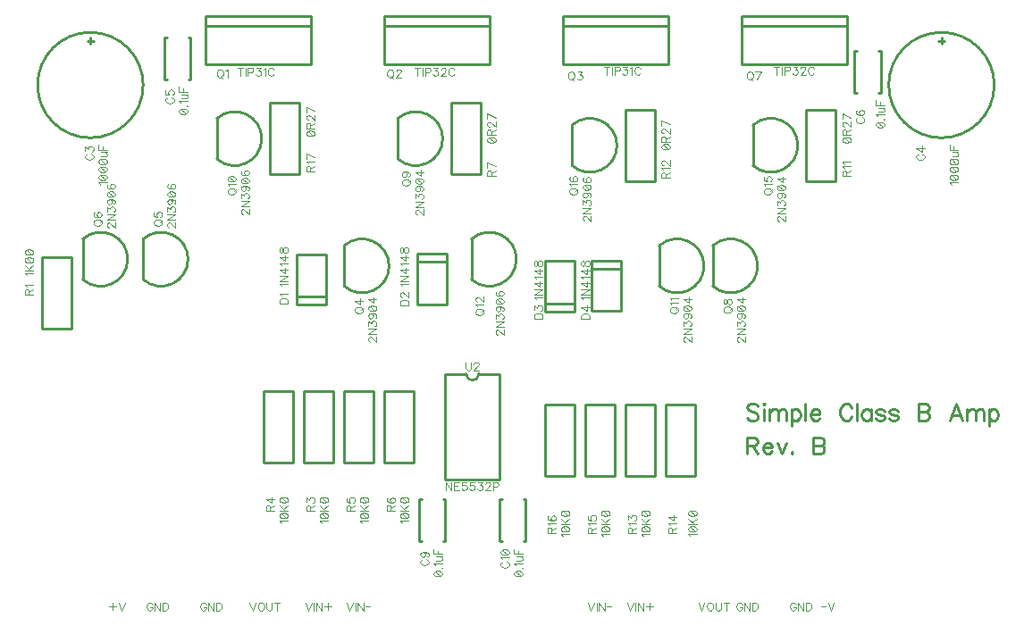
<source format=gto>
G04 DipTrace 2.4.0.2*
%INClassBRevB.gto*%
%MOIN*%
%ADD10C,0.0098*%
%ADD58C,0.0046*%
%ADD59C,0.0093*%
%FSLAX44Y44*%
G04*
G70*
G90*
G75*
G01*
%LNTopSilk*%
%LPD*%
X-4500Y9531D2*
D10*
G02X-4500Y9531I0J1969D01*
G01*
X-4618Y13154D2*
X-4382D1*
X-4500Y13272D2*
Y13035D1*
X27250Y9531D2*
G02X27250Y9531I0J1969D01*
G01*
X27132Y13154D2*
X27368D1*
X27250Y13272D2*
Y13035D1*
X-758Y11713D2*
Y13287D1*
X-1742Y11713D2*
Y13287D1*
X-1650Y11713D2*
X-1742D1*
X-758D2*
X-850D1*
X-1650Y13287D2*
X-1742D1*
X-758D2*
X-850D1*
X24992Y11213D2*
Y12787D1*
X24008Y11213D2*
Y12787D1*
X24100Y11213D2*
X24008D1*
X24992D2*
X24900D1*
X24100Y12787D2*
X24008D1*
X24992D2*
X24900D1*
X4301Y3304D2*
X3199D1*
Y3324D2*
Y5176D1*
X4301Y3602D2*
X3199D1*
X4301Y5176D2*
X3199D1*
X4301Y3324D2*
Y5176D1*
X7699Y5196D2*
X8801D1*
Y5176D2*
Y3324D1*
X7699Y4898D2*
X8801D1*
X7699Y3324D2*
X8801D1*
X7699Y5176D2*
Y3324D1*
X-219Y14063D2*
X3719D1*
Y12291D1*
X-219D1*
Y14063D1*
Y13709D2*
X3719D1*
X6451Y14063D2*
X10389D1*
Y12291D1*
X6451D1*
Y14063D1*
Y13709D2*
X10389D1*
X8742Y-5537D2*
Y-3963D1*
X7758Y-5537D2*
Y-3963D1*
X7850Y-5537D2*
X7758D1*
X8742D2*
X8650D1*
X7850Y-3963D2*
X7758D1*
X8742D2*
X8650D1*
X4969Y5506D2*
G02X4969Y3994I666J-756D01*
G01*
Y5506D1*
X-2531Y5756D2*
G02X-2531Y4244I666J-756D01*
G01*
Y5756D1*
X-4781D2*
G02X-4781Y4244I666J-756D01*
G01*
Y5756D1*
X11742Y-5537D2*
Y-3963D1*
X10758Y-5537D2*
Y-3963D1*
X10850Y-5537D2*
X10758D1*
X11742D2*
X11650D1*
X10850Y-3963D2*
X10758D1*
X11742D2*
X11650D1*
X18719Y5506D2*
G02X18719Y3994I666J-756D01*
G01*
Y5506D1*
X6969Y10256D2*
G02X6969Y8744I666J-756D01*
G01*
Y10256D1*
X219D2*
G02X219Y8744I666J-756D01*
G01*
Y10256D1*
X-6301Y2413D2*
Y5087D1*
X-5199Y2413D2*
Y5087D1*
Y2413D2*
X-6301D1*
X-5199Y5087D2*
X-6301D1*
X10051Y10837D2*
Y8163D1*
X8949Y10837D2*
Y8163D1*
Y10837D2*
X10051D1*
X8949Y8163D2*
X10051D1*
X2199D2*
Y10837D1*
X3301Y8163D2*
Y10837D1*
Y8163D2*
X2199D1*
X3301Y10837D2*
X2199D1*
X10774Y719D2*
Y-3219D1*
X8726D2*
X10774D1*
X8726Y719D2*
Y-3219D1*
Y719D2*
X9514D1*
X10774D2*
X9986D1*
X9514D2*
G03X9986Y719I236J0D01*
G01*
X3449Y-2587D2*
Y87D1*
X4551Y-2587D2*
Y87D1*
Y-2587D2*
X3449D1*
X4551Y87D2*
X3449D1*
X1949Y-2587D2*
Y87D1*
X3051Y-2587D2*
Y87D1*
Y-2587D2*
X1949D1*
X3051Y87D2*
X1949D1*
X6051D2*
Y-2587D1*
X4949Y87D2*
Y-2587D1*
Y87D2*
X6051D1*
X4949Y-2587D2*
X6051D1*
X7551Y87D2*
Y-2587D1*
X6449Y87D2*
Y-2587D1*
Y87D2*
X7551D1*
X6449Y-2587D2*
X7551D1*
X13551Y3054D2*
X12449D1*
Y3074D2*
Y4926D1*
X13551Y3352D2*
X12449D1*
X13551Y4926D2*
X12449D1*
X13551Y3074D2*
Y4926D1*
X14199Y4946D2*
X15301D1*
Y4926D2*
Y3074D1*
X14199Y4648D2*
X15301D1*
X14199Y3074D2*
X15301D1*
X14199Y4926D2*
Y3074D1*
X13121Y14063D2*
X17059D1*
Y12291D1*
X13121D1*
Y14063D1*
Y13709D2*
X17059D1*
X19781Y14063D2*
X23719D1*
Y12291D1*
X19781D1*
Y14063D1*
Y13709D2*
X23719D1*
X16719Y5506D2*
G02X16719Y3994I666J-756D01*
G01*
Y5506D1*
X9719Y5756D2*
G02X9719Y4244I666J-756D01*
G01*
Y5756D1*
X20219Y10006D2*
G02X20219Y8494I666J-756D01*
G01*
Y10006D1*
X13469D2*
G02X13469Y8494I666J-756D01*
G01*
Y10006D1*
X23301Y10587D2*
Y7913D1*
X22199Y10587D2*
Y7913D1*
Y10587D2*
X23301D1*
X22199Y7913D2*
X23301D1*
X15449D2*
Y10587D1*
X16551Y7913D2*
Y10587D1*
Y7913D2*
X15449D1*
X16551Y10587D2*
X15449D1*
Y-3087D2*
Y-413D1*
X16551Y-3087D2*
Y-413D1*
Y-3087D2*
X15449D1*
X16551Y-413D2*
X15449D1*
X16949Y-3087D2*
Y-413D1*
X18051Y-3087D2*
Y-413D1*
Y-3087D2*
X16949D1*
X18051Y-413D2*
X16949D1*
X15051D2*
Y-3087D1*
X13949Y-413D2*
Y-3087D1*
Y-413D2*
X15051D1*
X13949Y-3087D2*
X15051D1*
X13551Y-413D2*
Y-3087D1*
X12449Y-413D2*
Y-3087D1*
Y-413D2*
X13551D1*
X12449Y-3087D2*
X13551D1*
X-4618Y8929D2*
D58*
X-4646Y8915D1*
X-4675Y8886D1*
X-4689Y8858D1*
Y8800D1*
X-4675Y8771D1*
X-4646Y8743D1*
X-4618Y8728D1*
X-4575Y8714D1*
X-4503D1*
X-4460Y8728D1*
X-4431Y8743D1*
X-4402Y8771D1*
X-4388Y8800D1*
Y8858D1*
X-4402Y8886D1*
X-4431Y8915D1*
X-4460Y8929D1*
X-4689Y9051D2*
Y9208D1*
X-4574Y9122D1*
Y9166D1*
X-4560Y9194D1*
X-4546Y9208D1*
X-4503Y9223D1*
X-4474D1*
X-4431Y9208D1*
X-4402Y9180D1*
X-4388Y9137D1*
Y9094D1*
X-4402Y9051D1*
X-4417Y9037D1*
X-4445Y9022D1*
X-4132Y7790D2*
X-4146Y7819D1*
X-4189Y7862D1*
X-3888D1*
X-4189Y8041D2*
X-4175Y7998D1*
X-4132Y7969D1*
X-4060Y7955D1*
X-4017D1*
X-3945Y7969D1*
X-3902Y7998D1*
X-3888Y8041D1*
Y8070D1*
X-3902Y8113D1*
X-3945Y8141D1*
X-4017Y8156D1*
X-4060D1*
X-4132Y8141D1*
X-4175Y8113D1*
X-4189Y8070D1*
Y8041D1*
X-4132Y8141D2*
X-3945Y7969D1*
X-4189Y8335D2*
X-4175Y8292D1*
X-4132Y8263D1*
X-4060Y8248D1*
X-4017D1*
X-3945Y8263D1*
X-3902Y8292D1*
X-3888Y8335D1*
Y8363D1*
X-3902Y8406D1*
X-3945Y8435D1*
X-4017Y8449D1*
X-4060D1*
X-4132Y8435D1*
X-4175Y8406D1*
X-4189Y8363D1*
Y8335D1*
X-4132Y8435D2*
X-3945Y8263D1*
X-4189Y8628D2*
X-4175Y8585D1*
X-4132Y8556D1*
X-4060Y8542D1*
X-4017D1*
X-3945Y8556D1*
X-3902Y8585D1*
X-3888Y8628D1*
Y8657D1*
X-3902Y8700D1*
X-3945Y8728D1*
X-4017Y8743D1*
X-4060D1*
X-4132Y8728D1*
X-4175Y8700D1*
X-4189Y8657D1*
Y8628D1*
X-4132Y8728D2*
X-3945Y8556D1*
X-4089Y8836D2*
X-3945D1*
X-3902Y8850D1*
X-3888Y8879D1*
Y8922D1*
X-3902Y8950D1*
X-3945Y8993D1*
X-4089D2*
X-3888D1*
X-4189Y9273D2*
Y9086D1*
X-3888D1*
X-4046D2*
Y9201D1*
X26382Y8922D2*
X26354Y8908D1*
X26325Y8879D1*
X26311Y8851D1*
Y8793D1*
X26325Y8764D1*
X26354Y8736D1*
X26382Y8721D1*
X26425Y8707D1*
X26497D1*
X26540Y8721D1*
X26569Y8736D1*
X26598Y8764D1*
X26612Y8793D1*
Y8851D1*
X26598Y8879D1*
X26569Y8908D1*
X26540Y8922D1*
X26612Y9158D2*
X26311D1*
X26512Y9015D1*
Y9230D1*
X27618Y7790D2*
X27604Y7819D1*
X27561Y7862D1*
X27862D1*
X27561Y8041D2*
X27575Y7998D1*
X27618Y7969D1*
X27690Y7955D1*
X27733D1*
X27805Y7969D1*
X27848Y7998D1*
X27862Y8041D1*
Y8070D1*
X27848Y8113D1*
X27805Y8141D1*
X27733Y8156D1*
X27690D1*
X27618Y8141D1*
X27575Y8113D1*
X27561Y8070D1*
Y8041D1*
X27618Y8141D2*
X27805Y7969D1*
X27561Y8335D2*
X27575Y8292D1*
X27618Y8263D1*
X27690Y8248D1*
X27733D1*
X27805Y8263D1*
X27848Y8292D1*
X27862Y8335D1*
Y8363D1*
X27848Y8406D1*
X27805Y8435D1*
X27733Y8449D1*
X27690D1*
X27618Y8435D1*
X27575Y8406D1*
X27561Y8363D1*
Y8335D1*
X27618Y8435D2*
X27805Y8263D1*
X27561Y8628D2*
X27575Y8585D1*
X27618Y8556D1*
X27690Y8542D1*
X27733D1*
X27805Y8556D1*
X27848Y8585D1*
X27862Y8628D1*
Y8657D1*
X27848Y8700D1*
X27805Y8728D1*
X27733Y8743D1*
X27690D1*
X27618Y8728D1*
X27575Y8700D1*
X27561Y8657D1*
Y8628D1*
X27618Y8728D2*
X27805Y8556D1*
X27661Y8836D2*
X27805D1*
X27848Y8850D1*
X27862Y8879D1*
Y8922D1*
X27848Y8950D1*
X27805Y8993D1*
X27661D2*
X27862D1*
X27561Y9273D2*
Y9086D1*
X27862D1*
X27704D2*
Y9201D1*
X-1618Y11036D2*
X-1646Y11021D1*
X-1675Y10993D1*
X-1689Y10964D1*
Y10907D1*
X-1675Y10878D1*
X-1646Y10849D1*
X-1618Y10835D1*
X-1575Y10820D1*
X-1503D1*
X-1460Y10835D1*
X-1431Y10849D1*
X-1402Y10878D1*
X-1388Y10907D1*
Y10964D1*
X-1402Y10993D1*
X-1431Y11021D1*
X-1460Y11036D1*
X-1689Y11300D2*
Y11157D1*
X-1560Y11143D1*
X-1574Y11157D1*
X-1589Y11200D1*
Y11243D1*
X-1574Y11286D1*
X-1546Y11315D1*
X-1503Y11329D1*
X-1474D1*
X-1431Y11315D1*
X-1402Y11286D1*
X-1388Y11243D1*
Y11200D1*
X-1402Y11157D1*
X-1417Y11143D1*
X-1445Y11128D1*
X-1189Y10503D2*
X-1175Y10460D1*
X-1132Y10431D1*
X-1060Y10417D1*
X-1017D1*
X-945Y10431D1*
X-902Y10460D1*
X-888Y10503D1*
Y10532D1*
X-902Y10575D1*
X-945Y10603D1*
X-1017Y10618D1*
X-1060D1*
X-1132Y10603D1*
X-1175Y10575D1*
X-1189Y10532D1*
Y10503D1*
X-1132Y10603D2*
X-945Y10431D1*
X-917Y10725D2*
X-902Y10710D1*
X-888Y10725D1*
X-902Y10739D1*
X-917Y10725D1*
X-1132Y10832D2*
X-1146Y10861D1*
X-1189Y10904D1*
X-888D1*
X-1089Y10996D2*
X-945D1*
X-902Y11011D1*
X-888Y11040D1*
Y11083D1*
X-902Y11111D1*
X-945Y11154D1*
X-1089D2*
X-888D1*
X-1189Y11434D2*
Y11247D1*
X-888D1*
X-1046D2*
Y11362D1*
X24132Y10293D2*
X24104Y10279D1*
X24075Y10250D1*
X24061Y10221D1*
Y10164D1*
X24075Y10135D1*
X24104Y10107D1*
X24132Y10092D1*
X24175Y10078D1*
X24247D1*
X24290Y10092D1*
X24319Y10107D1*
X24348Y10135D1*
X24362Y10164D1*
Y10221D1*
X24348Y10250D1*
X24319Y10279D1*
X24290Y10293D1*
X24104Y10558D2*
X24075Y10543D1*
X24061Y10500D1*
Y10472D1*
X24075Y10429D1*
X24118Y10400D1*
X24190Y10386D1*
X24262D1*
X24319Y10400D1*
X24348Y10429D1*
X24362Y10472D1*
Y10486D1*
X24348Y10529D1*
X24319Y10558D1*
X24276Y10572D1*
X24262D1*
X24219Y10558D1*
X24190Y10529D1*
X24176Y10486D1*
Y10472D1*
X24190Y10429D1*
X24219Y10400D1*
X24262Y10386D1*
X24811Y10003D2*
X24825Y9960D1*
X24868Y9931D1*
X24940Y9917D1*
X24983D1*
X25055Y9931D1*
X25098Y9960D1*
X25112Y10003D1*
Y10032D1*
X25098Y10075D1*
X25055Y10103D1*
X24983Y10118D1*
X24940D1*
X24868Y10103D1*
X24825Y10075D1*
X24811Y10032D1*
Y10003D1*
X24868Y10103D2*
X25055Y9931D1*
X25083Y10225D2*
X25098Y10210D1*
X25112Y10225D1*
X25098Y10239D1*
X25083Y10225D1*
X24868Y10332D2*
X24854Y10361D1*
X24811Y10404D1*
X25112D1*
X24911Y10496D2*
X25055D1*
X25098Y10511D1*
X25112Y10540D1*
Y10583D1*
X25098Y10611D1*
X25055Y10654D1*
X24911D2*
X25112D1*
X24811Y10934D2*
Y10747D1*
X25112D1*
X24954D2*
Y10862D1*
X1431Y-7811D2*
X1545Y-8112D1*
X1660Y-7811D1*
X1839D2*
X1810Y-7825D1*
X1782Y-7854D1*
X1767Y-7882D1*
X1753Y-7925D1*
Y-7997D1*
X1767Y-8040D1*
X1782Y-8069D1*
X1810Y-8098D1*
X1839Y-8112D1*
X1896D1*
X1925Y-8098D1*
X1954Y-8069D1*
X1968Y-8040D1*
X1982Y-7997D1*
Y-7925D1*
X1968Y-7882D1*
X1954Y-7854D1*
X1925Y-7825D1*
X1896Y-7811D1*
X1839D1*
X2075D2*
Y-8026D1*
X2089Y-8069D1*
X2118Y-8098D1*
X2161Y-8112D1*
X2190D1*
X2233Y-8098D1*
X2262Y-8069D1*
X2276Y-8026D1*
Y-7811D1*
X2469D2*
Y-8112D1*
X2368Y-7811D2*
X2569D1*
X3517D2*
X3631Y-8112D1*
X3746Y-7811D1*
X3839D2*
Y-8112D1*
X4132Y-7811D2*
Y-8112D1*
X3931Y-7811D1*
Y-8112D1*
X4354Y-7832D2*
Y-8091D1*
X4225Y-7962D2*
X4483D1*
X21814Y-7882D2*
X21800Y-7854D1*
X21771Y-7825D1*
X21742Y-7811D1*
X21685D1*
X21656Y-7825D1*
X21628Y-7854D1*
X21613Y-7882D1*
X21599Y-7925D1*
Y-7997D1*
X21613Y-8040D1*
X21628Y-8069D1*
X21656Y-8098D1*
X21685Y-8112D1*
X21742D1*
X21771Y-8098D1*
X21800Y-8069D1*
X21814Y-8040D1*
Y-7997D1*
X21742D1*
X22108Y-7811D2*
Y-8112D1*
X21907Y-7811D1*
Y-8112D1*
X22200Y-7811D2*
Y-8112D1*
X22301D1*
X22344Y-8098D1*
X22373Y-8069D1*
X22387Y-8040D1*
X22401Y-7997D1*
Y-7925D1*
X22387Y-7882D1*
X22373Y-7854D1*
X22344Y-7825D1*
X22301Y-7811D1*
X22200D1*
X-3661Y-7832D2*
Y-8091D1*
X-3790Y-7962D2*
X-3532D1*
X-3439Y-7811D2*
X-3325Y-8112D1*
X-3210Y-7811D1*
X-186Y-7882D2*
X-200Y-7854D1*
X-229Y-7825D1*
X-258Y-7811D1*
X-315D1*
X-344Y-7825D1*
X-372Y-7854D1*
X-387Y-7882D1*
X-401Y-7925D1*
Y-7997D1*
X-387Y-8040D1*
X-372Y-8069D1*
X-344Y-8098D1*
X-315Y-8112D1*
X-258D1*
X-229Y-8098D1*
X-200Y-8069D1*
X-186Y-8040D1*
Y-7997D1*
X-258D1*
X108Y-7811D2*
Y-8112D1*
X-93Y-7811D1*
Y-8112D1*
X200Y-7811D2*
Y-8112D1*
X301D1*
X344Y-8098D1*
X373Y-8069D1*
X387Y-8040D1*
X401Y-7997D1*
Y-7925D1*
X387Y-7882D1*
X373Y-7854D1*
X344Y-7825D1*
X301Y-7811D1*
X200D1*
X22756Y-7962D2*
X22922D1*
X23014Y-7811D2*
X23129Y-8112D1*
X23244Y-7811D1*
X2561Y3347D2*
X2862D1*
Y3447D1*
X2848Y3490D1*
X2819Y3519D1*
X2790Y3533D1*
X2747Y3548D1*
X2675D1*
X2632Y3533D1*
X2604Y3519D1*
X2575Y3490D1*
X2561Y3447D1*
Y3347D1*
X2618Y3640D2*
X2604Y3669D1*
X2561Y3712D1*
X2862D1*
X2618Y4001D2*
X2604Y4030D1*
X2561Y4073D1*
X2862D1*
X2561Y4366D2*
X2862D1*
X2561Y4166D1*
X2862D1*
Y4603D2*
X2561D1*
X2762Y4459D1*
Y4674D1*
X2618Y4767D2*
X2604Y4796D1*
X2561Y4839D1*
X2862D1*
Y5075D2*
X2561D1*
X2762Y4932D1*
Y5147D1*
X2561Y5311D2*
X2575Y5268D1*
X2604Y5254D1*
X2633D1*
X2661Y5268D1*
X2676Y5297D1*
X2690Y5354D1*
X2704Y5397D1*
X2733Y5426D1*
X2762Y5440D1*
X2805D1*
X2833Y5426D1*
X2848Y5412D1*
X2862Y5368D1*
Y5311D1*
X2848Y5268D1*
X2833Y5254D1*
X2805Y5239D1*
X2762D1*
X2733Y5254D1*
X2704Y5283D1*
X2690Y5325D1*
X2676Y5383D1*
X2661Y5412D1*
X2633Y5426D1*
X2604D1*
X2575Y5412D1*
X2561Y5368D1*
Y5311D1*
X7061Y3282D2*
X7362D1*
Y3383D1*
X7348Y3426D1*
X7319Y3455D1*
X7290Y3469D1*
X7247Y3483D1*
X7175D1*
X7132Y3469D1*
X7104Y3455D1*
X7075Y3426D1*
X7061Y3383D1*
Y3282D1*
X7133Y3590D2*
X7118D1*
X7090Y3605D1*
X7075Y3619D1*
X7061Y3648D1*
Y3705D1*
X7075Y3734D1*
X7090Y3748D1*
X7118Y3763D1*
X7147D1*
X7176Y3748D1*
X7219Y3719D1*
X7362Y3576D1*
Y3777D1*
X7118Y4001D2*
X7104Y4030D1*
X7061Y4073D1*
X7362D1*
X7061Y4366D2*
X7362D1*
X7061Y4166D1*
X7362D1*
Y4603D2*
X7061D1*
X7262Y4459D1*
Y4674D1*
X7118Y4767D2*
X7104Y4796D1*
X7061Y4839D1*
X7362D1*
Y5075D2*
X7061D1*
X7262Y4932D1*
Y5147D1*
X7061Y5311D2*
X7075Y5268D1*
X7104Y5254D1*
X7133D1*
X7161Y5268D1*
X7176Y5297D1*
X7190Y5354D1*
X7204Y5397D1*
X7233Y5426D1*
X7262Y5440D1*
X7305D1*
X7333Y5426D1*
X7348Y5412D1*
X7362Y5368D1*
Y5311D1*
X7348Y5268D1*
X7333Y5254D1*
X7305Y5239D1*
X7262D1*
X7233Y5254D1*
X7204Y5283D1*
X7190Y5325D1*
X7176Y5383D1*
X7161Y5412D1*
X7133Y5426D1*
X7104D1*
X7075Y5412D1*
X7061Y5368D1*
Y5311D1*
X306Y12085D2*
X278Y12071D1*
X249Y12042D1*
X235Y12013D1*
X220Y11970D1*
Y11899D1*
X235Y11856D1*
X249Y11827D1*
X278Y11798D1*
X306Y11784D1*
X364D1*
X393Y11798D1*
X421Y11827D1*
X435Y11856D1*
X450Y11899D1*
Y11970D1*
X435Y12013D1*
X421Y12042D1*
X393Y12071D1*
X364Y12085D1*
X306D1*
X349Y11841D2*
X435Y11755D1*
X543Y12027D2*
X571Y12042D1*
X615Y12085D1*
Y11784D1*
X1091Y12148D2*
Y11847D1*
X991Y12148D2*
X1192D1*
X1284D2*
Y11847D1*
X1377Y11990D2*
X1506D1*
X1549Y12004D1*
X1564Y12019D1*
X1578Y12048D1*
Y12091D1*
X1564Y12119D1*
X1549Y12134D1*
X1506Y12148D1*
X1377D1*
Y11847D1*
X1699Y12148D2*
X1857D1*
X1771Y12033D1*
X1814D1*
X1843Y12019D1*
X1857Y12004D1*
X1871Y11961D1*
Y11933D1*
X1857Y11890D1*
X1828Y11861D1*
X1785Y11847D1*
X1742D1*
X1699Y11861D1*
X1685Y11875D1*
X1671Y11904D1*
X1964Y12090D2*
X1993Y12105D1*
X2036Y12148D1*
Y11847D1*
X2344Y12076D2*
X2330Y12105D1*
X2301Y12134D1*
X2272Y12148D1*
X2215D1*
X2186Y12134D1*
X2158Y12105D1*
X2143Y12076D1*
X2129Y12033D1*
Y11961D1*
X2143Y11919D1*
X2158Y11890D1*
X2186Y11861D1*
X2215Y11847D1*
X2272D1*
X2301Y11861D1*
X2330Y11890D1*
X2344Y11919D1*
X6662Y12085D2*
X6633Y12071D1*
X6604Y12042D1*
X6590Y12013D1*
X6576Y11970D1*
Y11899D1*
X6590Y11856D1*
X6604Y11827D1*
X6633Y11798D1*
X6662Y11784D1*
X6719D1*
X6748Y11798D1*
X6777Y11827D1*
X6791Y11856D1*
X6805Y11899D1*
Y11970D1*
X6791Y12013D1*
X6777Y12042D1*
X6748Y12071D1*
X6719Y12085D1*
X6662D1*
X6705Y11841D2*
X6791Y11755D1*
X6913Y12013D2*
Y12027D1*
X6927Y12056D1*
X6941Y12070D1*
X6970Y12085D1*
X7027D1*
X7056Y12070D1*
X7070Y12056D1*
X7085Y12027D1*
Y11999D1*
X7070Y11970D1*
X7042Y11927D1*
X6898Y11784D1*
X7099D1*
X7697Y12148D2*
Y11847D1*
X7596Y12148D2*
X7797D1*
X7890D2*
Y11847D1*
X7982Y11990D2*
X8112D1*
X8155Y12004D1*
X8169Y12019D1*
X8183Y12048D1*
Y12091D1*
X8169Y12119D1*
X8155Y12134D1*
X8112Y12148D1*
X7982D1*
Y11847D1*
X8305Y12148D2*
X8462D1*
X8377Y12033D1*
X8420D1*
X8448Y12019D1*
X8462Y12004D1*
X8477Y11961D1*
Y11933D1*
X8462Y11890D1*
X8434Y11861D1*
X8391Y11847D1*
X8348D1*
X8305Y11861D1*
X8291Y11875D1*
X8276Y11904D1*
X8584Y12076D2*
Y12090D1*
X8598Y12119D1*
X8613Y12133D1*
X8642Y12148D1*
X8699D1*
X8727Y12133D1*
X8742Y12119D1*
X8756Y12090D1*
Y12062D1*
X8742Y12033D1*
X8713Y11990D1*
X8570Y11847D1*
X8771D1*
X9078Y12076D2*
X9064Y12105D1*
X9035Y12134D1*
X9007Y12148D1*
X8949D1*
X8921Y12134D1*
X8892Y12105D1*
X8877Y12076D1*
X8863Y12033D1*
Y11961D1*
X8877Y11919D1*
X8892Y11890D1*
X8921Y11861D1*
X8949Y11847D1*
X9007D1*
X9035Y11861D1*
X9064Y11890D1*
X9078Y11919D1*
X7882Y-6207D2*
X7854Y-6222D1*
X7825Y-6250D1*
X7811Y-6279D1*
Y-6336D1*
X7825Y-6365D1*
X7854Y-6394D1*
X7882Y-6408D1*
X7925Y-6422D1*
X7997D1*
X8040Y-6408D1*
X8069Y-6394D1*
X8098Y-6365D1*
X8112Y-6336D1*
Y-6279D1*
X8098Y-6250D1*
X8069Y-6222D1*
X8040Y-6207D1*
X7911Y-5928D2*
X7954Y-5943D1*
X7983Y-5971D1*
X7997Y-6014D1*
Y-6028D1*
X7983Y-6072D1*
X7954Y-6100D1*
X7911Y-6115D1*
X7897D1*
X7854Y-6100D1*
X7825Y-6072D1*
X7811Y-6028D1*
Y-6014D1*
X7825Y-5971D1*
X7854Y-5943D1*
X7911Y-5928D1*
X7983D1*
X8055Y-5943D1*
X8098Y-5971D1*
X8112Y-6014D1*
Y-6043D1*
X8098Y-6086D1*
X8069Y-6100D1*
X8311Y-6747D2*
X8325Y-6790D1*
X8368Y-6819D1*
X8440Y-6833D1*
X8483D1*
X8555Y-6819D1*
X8598Y-6790D1*
X8612Y-6747D1*
Y-6718D1*
X8598Y-6675D1*
X8555Y-6647D1*
X8483Y-6632D1*
X8440D1*
X8368Y-6647D1*
X8325Y-6675D1*
X8311Y-6718D1*
Y-6747D1*
X8368Y-6647D2*
X8555Y-6819D1*
X8583Y-6525D2*
X8598Y-6540D1*
X8612Y-6525D1*
X8598Y-6511D1*
X8583Y-6525D1*
X8368Y-6418D2*
X8354Y-6389D1*
X8311Y-6346D1*
X8612D1*
X8411Y-6254D2*
X8555D1*
X8598Y-6239D1*
X8612Y-6210D1*
Y-6167D1*
X8598Y-6139D1*
X8555Y-6096D1*
X8411D2*
X8612D1*
X8311Y-5816D2*
Y-6003D1*
X8612D1*
X8454D2*
Y-5888D1*
X5366Y3075D2*
X5380Y3046D1*
X5409Y3017D1*
X5437Y3003D1*
X5481Y2989D1*
X5552D1*
X5595Y3003D1*
X5624Y3017D1*
X5653Y3046D1*
X5667Y3075D1*
Y3132D1*
X5653Y3161D1*
X5624Y3190D1*
X5595Y3204D1*
X5552Y3218D1*
X5481D1*
X5437Y3204D1*
X5409Y3190D1*
X5380Y3161D1*
X5366Y3132D1*
Y3075D1*
X5610Y3118D2*
X5696Y3204D1*
X5667Y3455D2*
X5366D1*
X5567Y3311D1*
Y3526D1*
X5938Y1923D2*
X5924D1*
X5895Y1937D1*
X5880Y1951D1*
X5866Y1980D1*
Y2037D1*
X5880Y2066D1*
X5895Y2080D1*
X5924Y2095D1*
X5952D1*
X5981Y2080D1*
X6024Y2052D1*
X6167Y1908D1*
Y2109D1*
X5866Y2403D2*
X6167D1*
X5866Y2202D1*
X6167D1*
X5866Y2524D2*
Y2682D1*
X5981Y2596D1*
Y2639D1*
X5995Y2667D1*
X6009Y2682D1*
X6053Y2696D1*
X6081D1*
X6124Y2682D1*
X6153Y2653D1*
X6167Y2610D1*
Y2567D1*
X6153Y2524D1*
X6138Y2510D1*
X6110Y2495D1*
X5966Y2976D2*
X6009Y2961D1*
X6038Y2932D1*
X6053Y2889D1*
Y2875D1*
X6038Y2832D1*
X6009Y2803D1*
X5966Y2789D1*
X5952D1*
X5909Y2803D1*
X5880Y2832D1*
X5866Y2875D1*
Y2889D1*
X5880Y2932D1*
X5909Y2961D1*
X5966Y2976D1*
X6038D1*
X6110Y2961D1*
X6153Y2932D1*
X6167Y2889D1*
Y2861D1*
X6153Y2818D1*
X6124Y2803D1*
X5866Y3154D2*
X5880Y3111D1*
X5924Y3082D1*
X5995Y3068D1*
X6038D1*
X6110Y3082D1*
X6153Y3111D1*
X6167Y3154D1*
Y3183D1*
X6153Y3226D1*
X6110Y3255D1*
X6038Y3269D1*
X5995D1*
X5924Y3255D1*
X5880Y3226D1*
X5866Y3183D1*
Y3154D1*
X5924Y3255D2*
X6110Y3082D1*
X6167Y3505D2*
X5866D1*
X6067Y3362D1*
Y3577D1*
X-2134Y6332D2*
X-2120Y6303D1*
X-2091Y6275D1*
X-2063Y6260D1*
X-2019Y6246D1*
X-1948D1*
X-1905Y6260D1*
X-1876Y6275D1*
X-1847Y6303D1*
X-1833Y6332D1*
Y6389D1*
X-1847Y6418D1*
X-1876Y6447D1*
X-1905Y6461D1*
X-1948Y6476D1*
X-2019D1*
X-2063Y6461D1*
X-2091Y6447D1*
X-2120Y6418D1*
X-2134Y6389D1*
Y6332D1*
X-1890Y6375D2*
X-1804Y6461D1*
X-2134Y6740D2*
Y6597D1*
X-2005Y6583D1*
X-2019Y6597D1*
X-2034Y6640D1*
Y6683D1*
X-2019Y6726D1*
X-1991Y6755D1*
X-1947Y6769D1*
X-1919D1*
X-1876Y6755D1*
X-1847Y6726D1*
X-1833Y6683D1*
Y6640D1*
X-1847Y6597D1*
X-1862Y6583D1*
X-1890Y6568D1*
X-1562Y6187D2*
X-1576D1*
X-1605Y6201D1*
X-1620Y6216D1*
X-1634Y6244D1*
Y6302D1*
X-1620Y6330D1*
X-1605Y6345D1*
X-1576Y6359D1*
X-1548D1*
X-1519Y6345D1*
X-1476Y6316D1*
X-1333Y6172D1*
Y6373D1*
X-1634Y6667D2*
X-1333D1*
X-1634Y6466D1*
X-1333D1*
X-1634Y6789D2*
Y6946D1*
X-1519Y6860D1*
Y6903D1*
X-1505Y6932D1*
X-1491Y6946D1*
X-1447Y6961D1*
X-1419D1*
X-1376Y6946D1*
X-1347Y6918D1*
X-1333Y6874D1*
Y6831D1*
X-1347Y6789D1*
X-1362Y6774D1*
X-1390Y6760D1*
X-1534Y7240D2*
X-1491Y7225D1*
X-1462Y7197D1*
X-1447Y7154D1*
Y7139D1*
X-1462Y7096D1*
X-1491Y7068D1*
X-1534Y7053D1*
X-1548D1*
X-1591Y7068D1*
X-1620Y7096D1*
X-1634Y7139D1*
Y7154D1*
X-1620Y7197D1*
X-1591Y7225D1*
X-1534Y7240D1*
X-1462D1*
X-1390Y7225D1*
X-1347Y7197D1*
X-1333Y7154D1*
Y7125D1*
X-1347Y7082D1*
X-1376Y7068D1*
X-1634Y7419D2*
X-1620Y7376D1*
X-1576Y7347D1*
X-1505Y7333D1*
X-1462D1*
X-1390Y7347D1*
X-1347Y7376D1*
X-1333Y7419D1*
Y7447D1*
X-1347Y7490D1*
X-1390Y7519D1*
X-1462Y7534D1*
X-1505D1*
X-1576Y7519D1*
X-1620Y7490D1*
X-1634Y7447D1*
Y7419D1*
X-1576Y7519D2*
X-1390Y7347D1*
X-1591Y7798D2*
X-1620Y7784D1*
X-1634Y7741D1*
Y7712D1*
X-1620Y7669D1*
X-1576Y7640D1*
X-1505Y7626D1*
X-1433D1*
X-1376Y7640D1*
X-1347Y7669D1*
X-1333Y7712D1*
Y7727D1*
X-1347Y7769D1*
X-1376Y7798D1*
X-1419Y7813D1*
X-1433D1*
X-1476Y7798D1*
X-1505Y7769D1*
X-1519Y7727D1*
Y7712D1*
X-1505Y7669D1*
X-1476Y7640D1*
X-1433Y7626D1*
X-4384Y6339D2*
X-4370Y6311D1*
X-4341Y6282D1*
X-4313Y6268D1*
X-4269Y6253D1*
X-4198D1*
X-4155Y6268D1*
X-4126Y6282D1*
X-4097Y6311D1*
X-4083Y6339D1*
Y6397D1*
X-4097Y6426D1*
X-4126Y6454D1*
X-4155Y6468D1*
X-4198Y6483D1*
X-4269D1*
X-4313Y6468D1*
X-4341Y6454D1*
X-4370Y6426D1*
X-4384Y6397D1*
Y6339D1*
X-4140Y6382D2*
X-4054Y6468D1*
X-4341Y6748D2*
X-4370Y6733D1*
X-4384Y6690D1*
Y6662D1*
X-4370Y6619D1*
X-4326Y6590D1*
X-4255Y6576D1*
X-4183D1*
X-4126Y6590D1*
X-4097Y6619D1*
X-4083Y6662D1*
Y6676D1*
X-4097Y6719D1*
X-4126Y6748D1*
X-4169Y6762D1*
X-4183D1*
X-4226Y6748D1*
X-4255Y6719D1*
X-4269Y6676D1*
Y6662D1*
X-4255Y6619D1*
X-4226Y6590D1*
X-4183Y6576D1*
X-3812Y6187D2*
X-3826D1*
X-3855Y6201D1*
X-3870Y6216D1*
X-3884Y6244D1*
Y6302D1*
X-3870Y6330D1*
X-3855Y6345D1*
X-3826Y6359D1*
X-3798D1*
X-3769Y6345D1*
X-3726Y6316D1*
X-3583Y6172D1*
Y6373D1*
X-3884Y6667D2*
X-3583D1*
X-3884Y6466D1*
X-3583D1*
X-3884Y6789D2*
Y6946D1*
X-3769Y6860D1*
Y6903D1*
X-3755Y6932D1*
X-3741Y6946D1*
X-3697Y6961D1*
X-3669D1*
X-3626Y6946D1*
X-3597Y6918D1*
X-3583Y6874D1*
Y6831D1*
X-3597Y6789D1*
X-3612Y6774D1*
X-3640Y6760D1*
X-3784Y7240D2*
X-3741Y7225D1*
X-3712Y7197D1*
X-3697Y7154D1*
Y7139D1*
X-3712Y7096D1*
X-3741Y7068D1*
X-3784Y7053D1*
X-3798D1*
X-3841Y7068D1*
X-3870Y7096D1*
X-3884Y7139D1*
Y7154D1*
X-3870Y7197D1*
X-3841Y7225D1*
X-3784Y7240D1*
X-3712D1*
X-3640Y7225D1*
X-3597Y7197D1*
X-3583Y7154D1*
Y7125D1*
X-3597Y7082D1*
X-3626Y7068D1*
X-3884Y7419D2*
X-3870Y7376D1*
X-3826Y7347D1*
X-3755Y7333D1*
X-3712D1*
X-3640Y7347D1*
X-3597Y7376D1*
X-3583Y7419D1*
Y7447D1*
X-3597Y7490D1*
X-3640Y7519D1*
X-3712Y7534D1*
X-3755D1*
X-3826Y7519D1*
X-3870Y7490D1*
X-3884Y7447D1*
Y7419D1*
X-3826Y7519D2*
X-3640Y7347D1*
X-3841Y7798D2*
X-3870Y7784D1*
X-3884Y7741D1*
Y7712D1*
X-3870Y7669D1*
X-3826Y7640D1*
X-3755Y7626D1*
X-3683D1*
X-3626Y7640D1*
X-3597Y7669D1*
X-3583Y7712D1*
Y7727D1*
X-3597Y7769D1*
X-3626Y7798D1*
X-3669Y7813D1*
X-3683D1*
X-3726Y7798D1*
X-3755Y7769D1*
X-3769Y7727D1*
Y7712D1*
X-3755Y7669D1*
X-3726Y7640D1*
X-3683Y7626D1*
X10882Y-6297D2*
X10854Y-6311D1*
X10825Y-6340D1*
X10811Y-6368D1*
Y-6426D1*
X10825Y-6455D1*
X10854Y-6483D1*
X10882Y-6498D1*
X10925Y-6512D1*
X10997D1*
X11040Y-6498D1*
X11069Y-6483D1*
X11098Y-6455D1*
X11112Y-6426D1*
Y-6368D1*
X11098Y-6340D1*
X11069Y-6311D1*
X11040Y-6297D1*
X10868Y-6204D2*
X10854Y-6175D1*
X10811Y-6132D1*
X11112D1*
X10811Y-5953D2*
X10825Y-5996D1*
X10868Y-6025D1*
X10940Y-6039D1*
X10983D1*
X11055Y-6025D1*
X11098Y-5996D1*
X11112Y-5953D1*
Y-5925D1*
X11098Y-5882D1*
X11055Y-5853D1*
X10983Y-5838D1*
X10940D1*
X10868Y-5853D1*
X10825Y-5882D1*
X10811Y-5925D1*
Y-5953D1*
X10868Y-5853D2*
X11055Y-6025D1*
X11311Y-6747D2*
X11325Y-6790D1*
X11368Y-6819D1*
X11440Y-6833D1*
X11483D1*
X11555Y-6819D1*
X11598Y-6790D1*
X11612Y-6747D1*
Y-6718D1*
X11598Y-6675D1*
X11555Y-6647D1*
X11483Y-6632D1*
X11440D1*
X11368Y-6647D1*
X11325Y-6675D1*
X11311Y-6718D1*
Y-6747D1*
X11368Y-6647D2*
X11555Y-6819D1*
X11583Y-6525D2*
X11598Y-6540D1*
X11612Y-6525D1*
X11598Y-6511D1*
X11583Y-6525D1*
X11368Y-6418D2*
X11354Y-6389D1*
X11311Y-6346D1*
X11612D1*
X11411Y-6254D2*
X11555D1*
X11598Y-6239D1*
X11612Y-6210D1*
Y-6167D1*
X11598Y-6139D1*
X11555Y-6096D1*
X11411D2*
X11612D1*
X11311Y-5816D2*
Y-6003D1*
X11612D1*
X11454D2*
Y-5888D1*
X19116Y3082D2*
X19130Y3054D1*
X19159Y3025D1*
X19187Y3011D1*
X19231Y2996D1*
X19302D1*
X19345Y3011D1*
X19374Y3025D1*
X19403Y3054D1*
X19417Y3082D1*
Y3140D1*
X19403Y3168D1*
X19374Y3197D1*
X19345Y3211D1*
X19302Y3226D1*
X19231D1*
X19187Y3211D1*
X19159Y3197D1*
X19130Y3168D1*
X19116Y3140D1*
Y3082D1*
X19360Y3125D2*
X19446Y3211D1*
X19116Y3390D2*
X19130Y3347D1*
X19159Y3333D1*
X19188D1*
X19216Y3347D1*
X19231Y3376D1*
X19245Y3433D1*
X19259Y3476D1*
X19288Y3505D1*
X19317Y3519D1*
X19360D1*
X19388Y3505D1*
X19403Y3490D1*
X19417Y3447D1*
Y3390D1*
X19403Y3347D1*
X19388Y3333D1*
X19360Y3318D1*
X19317D1*
X19288Y3333D1*
X19259Y3361D1*
X19245Y3404D1*
X19231Y3462D1*
X19216Y3490D1*
X19188Y3505D1*
X19159D1*
X19130Y3490D1*
X19116Y3447D1*
Y3390D1*
X19688Y1923D2*
X19674D1*
X19645Y1937D1*
X19630Y1951D1*
X19616Y1980D1*
Y2037D1*
X19630Y2066D1*
X19645Y2080D1*
X19674Y2095D1*
X19702D1*
X19731Y2080D1*
X19774Y2052D1*
X19917Y1908D1*
Y2109D1*
X19616Y2403D2*
X19917D1*
X19616Y2202D1*
X19917D1*
X19616Y2524D2*
Y2682D1*
X19731Y2596D1*
Y2639D1*
X19745Y2667D1*
X19759Y2682D1*
X19803Y2696D1*
X19831D1*
X19874Y2682D1*
X19903Y2653D1*
X19917Y2610D1*
Y2567D1*
X19903Y2524D1*
X19888Y2510D1*
X19860Y2495D1*
X19716Y2976D2*
X19759Y2961D1*
X19788Y2932D1*
X19803Y2889D1*
Y2875D1*
X19788Y2832D1*
X19759Y2803D1*
X19716Y2789D1*
X19702D1*
X19659Y2803D1*
X19630Y2832D1*
X19616Y2875D1*
Y2889D1*
X19630Y2932D1*
X19659Y2961D1*
X19716Y2976D1*
X19788D1*
X19860Y2961D1*
X19903Y2932D1*
X19917Y2889D1*
Y2861D1*
X19903Y2818D1*
X19874Y2803D1*
X19616Y3154D2*
X19630Y3111D1*
X19674Y3082D1*
X19745Y3068D1*
X19788D1*
X19860Y3082D1*
X19903Y3111D1*
X19917Y3154D1*
Y3183D1*
X19903Y3226D1*
X19860Y3255D1*
X19788Y3269D1*
X19745D1*
X19674Y3255D1*
X19630Y3226D1*
X19616Y3183D1*
Y3154D1*
X19674Y3255D2*
X19860Y3082D1*
X19917Y3505D2*
X19616D1*
X19817Y3362D1*
Y3577D1*
X7116Y7839D2*
X7130Y7811D1*
X7159Y7782D1*
X7187Y7767D1*
X7231Y7753D1*
X7302D1*
X7345Y7767D1*
X7374Y7782D1*
X7403Y7811D1*
X7417Y7839D1*
Y7896D1*
X7403Y7925D1*
X7374Y7954D1*
X7345Y7968D1*
X7302Y7983D1*
X7231D1*
X7187Y7968D1*
X7159Y7954D1*
X7130Y7925D1*
X7116Y7896D1*
Y7839D1*
X7360Y7882D2*
X7446Y7968D1*
X7216Y8262D2*
X7259Y8247D1*
X7288Y8219D1*
X7303Y8176D1*
Y8162D1*
X7288Y8118D1*
X7259Y8090D1*
X7216Y8075D1*
X7202D1*
X7159Y8090D1*
X7130Y8118D1*
X7116Y8162D1*
Y8176D1*
X7130Y8219D1*
X7159Y8247D1*
X7216Y8262D1*
X7288D1*
X7360Y8247D1*
X7403Y8219D1*
X7417Y8176D1*
Y8147D1*
X7403Y8104D1*
X7374Y8090D1*
X7688Y6673D2*
X7674D1*
X7645Y6687D1*
X7630Y6701D1*
X7616Y6730D1*
Y6787D1*
X7630Y6816D1*
X7645Y6830D1*
X7674Y6845D1*
X7702D1*
X7731Y6830D1*
X7774Y6802D1*
X7917Y6658D1*
Y6859D1*
X7616Y7153D2*
X7917D1*
X7616Y6952D1*
X7917D1*
X7616Y7274D2*
Y7432D1*
X7731Y7346D1*
Y7389D1*
X7745Y7417D1*
X7759Y7432D1*
X7803Y7446D1*
X7831D1*
X7874Y7432D1*
X7903Y7403D1*
X7917Y7360D1*
Y7317D1*
X7903Y7274D1*
X7888Y7260D1*
X7860Y7245D1*
X7716Y7726D2*
X7759Y7711D1*
X7788Y7682D1*
X7803Y7639D1*
Y7625D1*
X7788Y7582D1*
X7759Y7553D1*
X7716Y7539D1*
X7702D1*
X7659Y7553D1*
X7630Y7582D1*
X7616Y7625D1*
Y7639D1*
X7630Y7682D1*
X7659Y7711D1*
X7716Y7726D1*
X7788D1*
X7860Y7711D1*
X7903Y7682D1*
X7917Y7639D1*
Y7611D1*
X7903Y7568D1*
X7874Y7553D1*
X7616Y7904D2*
X7630Y7861D1*
X7674Y7832D1*
X7745Y7818D1*
X7788D1*
X7860Y7832D1*
X7903Y7861D1*
X7917Y7904D1*
Y7933D1*
X7903Y7976D1*
X7860Y8005D1*
X7788Y8019D1*
X7745D1*
X7674Y8005D1*
X7630Y7976D1*
X7616Y7933D1*
Y7904D1*
X7674Y8005D2*
X7860Y7832D1*
X7917Y8255D2*
X7616D1*
X7817Y8112D1*
Y8327D1*
X616Y7500D2*
X630Y7471D1*
X659Y7442D1*
X687Y7428D1*
X731Y7413D1*
X802D1*
X845Y7428D1*
X874Y7442D1*
X903Y7471D1*
X917Y7500D1*
Y7557D1*
X903Y7586D1*
X874Y7614D1*
X845Y7629D1*
X802Y7643D1*
X731D1*
X687Y7629D1*
X659Y7614D1*
X630Y7586D1*
X616Y7557D1*
Y7500D1*
X860Y7543D2*
X946Y7629D1*
X674Y7736D2*
X659Y7765D1*
X616Y7808D1*
X917D1*
X616Y7987D2*
X630Y7944D1*
X674Y7915D1*
X745Y7901D1*
X788D1*
X860Y7915D1*
X903Y7944D1*
X917Y7987D1*
Y8015D1*
X903Y8058D1*
X860Y8087D1*
X788Y8101D1*
X745D1*
X674Y8087D1*
X630Y8058D1*
X616Y8015D1*
Y7987D1*
X674Y8087D2*
X860Y7915D1*
X1188Y6687D2*
X1174D1*
X1145Y6701D1*
X1130Y6716D1*
X1116Y6744D1*
Y6802D1*
X1130Y6830D1*
X1145Y6845D1*
X1174Y6859D1*
X1202D1*
X1231Y6845D1*
X1274Y6816D1*
X1417Y6672D1*
Y6873D1*
X1116Y7167D2*
X1417D1*
X1116Y6966D1*
X1417D1*
X1116Y7289D2*
Y7446D1*
X1231Y7360D1*
Y7403D1*
X1245Y7432D1*
X1259Y7446D1*
X1303Y7461D1*
X1331D1*
X1374Y7446D1*
X1403Y7418D1*
X1417Y7374D1*
Y7331D1*
X1403Y7289D1*
X1388Y7274D1*
X1360Y7260D1*
X1216Y7740D2*
X1259Y7725D1*
X1288Y7697D1*
X1303Y7654D1*
Y7639D1*
X1288Y7596D1*
X1259Y7568D1*
X1216Y7553D1*
X1202D1*
X1159Y7568D1*
X1130Y7596D1*
X1116Y7639D1*
Y7654D1*
X1130Y7697D1*
X1159Y7725D1*
X1216Y7740D1*
X1288D1*
X1360Y7725D1*
X1403Y7697D1*
X1417Y7654D1*
Y7625D1*
X1403Y7582D1*
X1374Y7568D1*
X1116Y7919D2*
X1130Y7876D1*
X1174Y7847D1*
X1245Y7833D1*
X1288D1*
X1360Y7847D1*
X1403Y7876D1*
X1417Y7919D1*
Y7947D1*
X1403Y7990D1*
X1360Y8019D1*
X1288Y8034D1*
X1245D1*
X1174Y8019D1*
X1130Y7990D1*
X1116Y7947D1*
Y7919D1*
X1174Y8019D2*
X1360Y7847D1*
X1159Y8298D2*
X1130Y8284D1*
X1116Y8241D1*
Y8212D1*
X1130Y8169D1*
X1174Y8140D1*
X1245Y8126D1*
X1317D1*
X1374Y8140D1*
X1403Y8169D1*
X1417Y8212D1*
Y8227D1*
X1403Y8269D1*
X1374Y8298D1*
X1331Y8313D1*
X1317D1*
X1274Y8298D1*
X1245Y8269D1*
X1231Y8227D1*
Y8212D1*
X1245Y8169D1*
X1274Y8140D1*
X1317Y8126D1*
X-6796Y3679D2*
Y3808D1*
X-6810Y3852D1*
X-6825Y3866D1*
X-6853Y3880D1*
X-6882D1*
X-6910Y3866D1*
X-6925Y3852D1*
X-6939Y3808D1*
Y3679D1*
X-6638D1*
X-6796Y3780D2*
X-6638Y3880D1*
X-6882Y3973D2*
X-6896Y4002D1*
X-6939Y4045D1*
X-6638D1*
X-6882Y4411D2*
X-6896Y4440D1*
X-6939Y4483D1*
X-6638D1*
X-6939Y4576D2*
X-6638D1*
X-6939Y4777D2*
X-6738Y4576D1*
X-6810Y4648D2*
X-6638Y4777D1*
X-6939Y4956D2*
X-6925Y4913D1*
X-6882Y4884D1*
X-6810Y4870D1*
X-6767D1*
X-6695Y4884D1*
X-6652Y4913D1*
X-6638Y4956D1*
Y4984D1*
X-6652Y5027D1*
X-6695Y5056D1*
X-6767Y5071D1*
X-6810D1*
X-6882Y5056D1*
X-6925Y5027D1*
X-6939Y4984D1*
Y4956D1*
X-6882Y5056D2*
X-6695Y4884D1*
X-6939Y5249D2*
X-6925Y5206D1*
X-6882Y5177D1*
X-6810Y5163D1*
X-6767D1*
X-6695Y5177D1*
X-6652Y5206D1*
X-6638Y5249D1*
Y5278D1*
X-6652Y5321D1*
X-6695Y5350D1*
X-6767Y5364D1*
X-6810D1*
X-6882Y5350D1*
X-6925Y5321D1*
X-6939Y5278D1*
Y5249D1*
X-6882Y5350D2*
X-6695Y5177D1*
X10454Y8115D2*
Y8244D1*
X10440Y8287D1*
X10425Y8302D1*
X10397Y8316D1*
X10368D1*
X10340Y8302D1*
X10325Y8287D1*
X10311Y8244D1*
Y8115D1*
X10612D1*
X10454Y8215D2*
X10612Y8316D1*
Y8466D2*
X10311Y8609D1*
Y8409D1*
Y9433D2*
X10325Y9390D1*
X10368Y9361D1*
X10440Y9347D1*
X10483D1*
X10555Y9361D1*
X10598Y9390D1*
X10612Y9433D1*
Y9462D1*
X10598Y9505D1*
X10555Y9533D1*
X10483Y9548D1*
X10440D1*
X10368Y9533D1*
X10325Y9505D1*
X10311Y9462D1*
Y9433D1*
X10368Y9533D2*
X10555Y9361D1*
X10454Y9641D2*
Y9770D1*
X10440Y9813D1*
X10425Y9827D1*
X10397Y9841D1*
X10368D1*
X10340Y9827D1*
X10325Y9813D1*
X10311Y9770D1*
Y9641D1*
X10612D1*
X10454Y9741D2*
X10612Y9841D1*
X10383Y9949D2*
X10368D1*
X10340Y9963D1*
X10325Y9977D1*
X10311Y10006D1*
Y10063D1*
X10325Y10092D1*
X10340Y10106D1*
X10368Y10121D1*
X10397D1*
X10426Y10106D1*
X10469Y10078D1*
X10612Y9934D1*
Y10135D1*
Y10285D2*
X10311Y10429D1*
Y10228D1*
X3704Y8283D2*
Y8412D1*
X3690Y8455D1*
X3675Y8469D1*
X3647Y8484D1*
X3618D1*
X3590Y8469D1*
X3575Y8455D1*
X3561Y8412D1*
Y8283D1*
X3862D1*
X3704Y8383D2*
X3862Y8484D1*
X3618Y8576D2*
X3604Y8605D1*
X3561Y8648D1*
X3862D1*
Y8798D2*
X3561Y8942D1*
Y8741D1*
Y9683D2*
X3575Y9640D1*
X3618Y9611D1*
X3690Y9597D1*
X3733D1*
X3805Y9611D1*
X3848Y9640D1*
X3862Y9683D1*
Y9712D1*
X3848Y9755D1*
X3805Y9783D1*
X3733Y9798D1*
X3690D1*
X3618Y9783D1*
X3575Y9755D1*
X3561Y9712D1*
Y9683D1*
X3618Y9783D2*
X3805Y9611D1*
X3704Y9891D2*
Y10020D1*
X3690Y10063D1*
X3675Y10077D1*
X3647Y10091D1*
X3618D1*
X3590Y10077D1*
X3575Y10063D1*
X3561Y10020D1*
Y9891D1*
X3862D1*
X3704Y9991D2*
X3862Y10091D1*
X3633Y10199D2*
X3618D1*
X3590Y10213D1*
X3575Y10227D1*
X3561Y10256D1*
Y10313D1*
X3575Y10342D1*
X3590Y10356D1*
X3618Y10371D1*
X3647D1*
X3676Y10356D1*
X3719Y10328D1*
X3862Y10184D1*
Y10385D1*
Y10535D2*
X3561Y10679D1*
Y10478D1*
X-2186Y-7882D2*
X-2200Y-7854D1*
X-2229Y-7825D1*
X-2258Y-7811D1*
X-2315D1*
X-2344Y-7825D1*
X-2372Y-7854D1*
X-2387Y-7882D1*
X-2401Y-7925D1*
Y-7997D1*
X-2387Y-8040D1*
X-2372Y-8069D1*
X-2344Y-8098D1*
X-2315Y-8112D1*
X-2258D1*
X-2229Y-8098D1*
X-2200Y-8069D1*
X-2186Y-8040D1*
Y-7997D1*
X-2258D1*
X-1892Y-7811D2*
Y-8112D1*
X-2093Y-7811D1*
Y-8112D1*
X-1800Y-7811D2*
Y-8112D1*
X-1699D1*
X-1656Y-8098D1*
X-1627Y-8069D1*
X-1613Y-8040D1*
X-1599Y-7997D1*
Y-7925D1*
X-1613Y-7882D1*
X-1627Y-7854D1*
X-1656Y-7825D1*
X-1699Y-7811D1*
X-1800D1*
X9503Y1158D2*
Y943D1*
X9517Y900D1*
X9546Y871D1*
X9589Y856D1*
X9617D1*
X9661Y871D1*
X9689Y900D1*
X9704Y943D1*
Y1158D1*
X9811Y1086D2*
Y1100D1*
X9825Y1129D1*
X9839Y1143D1*
X9868Y1158D1*
X9926D1*
X9954Y1143D1*
X9968Y1129D1*
X9983Y1100D1*
Y1072D1*
X9968Y1043D1*
X9940Y1000D1*
X9796Y856D1*
X9997D1*
X8977Y-3320D2*
Y-3622D1*
X8776Y-3320D1*
Y-3622D1*
X9256Y-3320D2*
X9070D1*
Y-3622D1*
X9256D1*
X9070Y-3464D2*
X9184D1*
X9521Y-3321D2*
X9377D1*
X9363Y-3450D1*
X9377Y-3435D1*
X9421Y-3421D1*
X9463D1*
X9506Y-3435D1*
X9535Y-3464D1*
X9550Y-3507D1*
Y-3535D1*
X9535Y-3579D1*
X9506Y-3607D1*
X9463Y-3622D1*
X9421D1*
X9377Y-3607D1*
X9363Y-3593D1*
X9349Y-3564D1*
X9814Y-3321D2*
X9671D1*
X9657Y-3450D1*
X9671Y-3435D1*
X9714Y-3421D1*
X9757D1*
X9800Y-3435D1*
X9829Y-3464D1*
X9843Y-3507D1*
Y-3535D1*
X9829Y-3579D1*
X9800Y-3607D1*
X9757Y-3622D1*
X9714D1*
X9671Y-3607D1*
X9657Y-3593D1*
X9642Y-3564D1*
X9965Y-3321D2*
X10122D1*
X10036Y-3435D1*
X10079D1*
X10108Y-3450D1*
X10122Y-3464D1*
X10137Y-3507D1*
Y-3535D1*
X10122Y-3579D1*
X10094Y-3607D1*
X10051Y-3622D1*
X10007D1*
X9965Y-3607D1*
X9950Y-3593D1*
X9936Y-3564D1*
X10244Y-3392D2*
Y-3378D1*
X10258Y-3349D1*
X10273Y-3335D1*
X10301Y-3321D1*
X10359D1*
X10387Y-3335D1*
X10402Y-3349D1*
X10416Y-3378D1*
Y-3406D1*
X10402Y-3435D1*
X10373Y-3478D1*
X10229Y-3622D1*
X10430D1*
X10523Y-3478D2*
X10652D1*
X10695Y-3464D1*
X10710Y-3449D1*
X10724Y-3421D1*
Y-3378D1*
X10710Y-3349D1*
X10695Y-3335D1*
X10652Y-3320D1*
X10523D1*
Y-3622D1*
X3704Y-4385D2*
Y-4256D1*
X3690Y-4213D1*
X3675Y-4198D1*
X3647Y-4184D1*
X3618D1*
X3590Y-4198D1*
X3575Y-4213D1*
X3561Y-4256D1*
Y-4385D1*
X3862D1*
X3704Y-4285D2*
X3862Y-4184D1*
X3561Y-4063D2*
Y-3905D1*
X3676Y-3991D1*
Y-3948D1*
X3690Y-3919D1*
X3704Y-3905D1*
X3747Y-3891D1*
X3776D1*
X3819Y-3905D1*
X3848Y-3934D1*
X3862Y-3977D1*
Y-4020D1*
X3848Y-4063D1*
X3833Y-4077D1*
X3805Y-4091D1*
X4118Y-4839D2*
X4104Y-4810D1*
X4061Y-4767D1*
X4362D1*
X4061Y-4588D2*
X4075Y-4631D1*
X4118Y-4660D1*
X4190Y-4674D1*
X4233D1*
X4305Y-4660D1*
X4348Y-4631D1*
X4362Y-4588D1*
Y-4559D1*
X4348Y-4516D1*
X4305Y-4488D1*
X4233Y-4473D1*
X4190D1*
X4118Y-4488D1*
X4075Y-4516D1*
X4061Y-4559D1*
Y-4588D1*
X4118Y-4488D2*
X4305Y-4660D1*
X4061Y-4380D2*
X4362D1*
X4061Y-4179D2*
X4262Y-4380D1*
X4190Y-4309D2*
X4362Y-4179D1*
X4061Y-4001D2*
X4075Y-4044D1*
X4118Y-4073D1*
X4190Y-4087D1*
X4233D1*
X4305Y-4073D1*
X4348Y-4044D1*
X4362Y-4001D1*
Y-3972D1*
X4348Y-3929D1*
X4305Y-3900D1*
X4233Y-3886D1*
X4190D1*
X4118Y-3900D1*
X4075Y-3929D1*
X4061Y-3972D1*
Y-4001D1*
X4118Y-3900D2*
X4305Y-4073D1*
X2204Y-4392D2*
Y-4263D1*
X2190Y-4220D1*
X2175Y-4206D1*
X2147Y-4191D1*
X2118D1*
X2090Y-4206D1*
X2075Y-4220D1*
X2061Y-4263D1*
Y-4392D1*
X2362D1*
X2204Y-4292D2*
X2362Y-4191D1*
Y-3955D2*
X2061D1*
X2262Y-4099D1*
Y-3883D1*
X2618Y-4839D2*
X2604Y-4810D1*
X2561Y-4767D1*
X2862D1*
X2561Y-4588D2*
X2575Y-4631D1*
X2618Y-4660D1*
X2690Y-4674D1*
X2733D1*
X2805Y-4660D1*
X2848Y-4631D1*
X2862Y-4588D1*
Y-4559D1*
X2848Y-4516D1*
X2805Y-4488D1*
X2733Y-4473D1*
X2690D1*
X2618Y-4488D1*
X2575Y-4516D1*
X2561Y-4559D1*
Y-4588D1*
X2618Y-4488D2*
X2805Y-4660D1*
X2561Y-4380D2*
X2862D1*
X2561Y-4179D2*
X2762Y-4380D1*
X2690Y-4309D2*
X2862Y-4179D1*
X2561Y-4001D2*
X2575Y-4044D1*
X2618Y-4073D1*
X2690Y-4087D1*
X2733D1*
X2805Y-4073D1*
X2848Y-4044D1*
X2862Y-4001D1*
Y-3972D1*
X2848Y-3929D1*
X2805Y-3900D1*
X2733Y-3886D1*
X2690D1*
X2618Y-3900D1*
X2575Y-3929D1*
X2561Y-3972D1*
Y-4001D1*
X2618Y-3900D2*
X2805Y-4073D1*
X5204Y-4385D2*
Y-4256D1*
X5190Y-4213D1*
X5175Y-4198D1*
X5147Y-4184D1*
X5118D1*
X5090Y-4198D1*
X5075Y-4213D1*
X5061Y-4256D1*
Y-4385D1*
X5362D1*
X5204Y-4285D2*
X5362Y-4184D1*
X5061Y-3919D2*
Y-4063D1*
X5190Y-4077D1*
X5176Y-4063D1*
X5161Y-4020D1*
Y-3977D1*
X5176Y-3934D1*
X5204Y-3905D1*
X5247Y-3891D1*
X5276D1*
X5319Y-3905D1*
X5348Y-3934D1*
X5362Y-3977D1*
Y-4020D1*
X5348Y-4063D1*
X5333Y-4077D1*
X5305Y-4091D1*
X5618Y-4839D2*
X5604Y-4810D1*
X5561Y-4767D1*
X5862D1*
X5561Y-4588D2*
X5575Y-4631D1*
X5618Y-4660D1*
X5690Y-4674D1*
X5733D1*
X5805Y-4660D1*
X5848Y-4631D1*
X5862Y-4588D1*
Y-4559D1*
X5848Y-4516D1*
X5805Y-4488D1*
X5733Y-4473D1*
X5690D1*
X5618Y-4488D1*
X5575Y-4516D1*
X5561Y-4559D1*
Y-4588D1*
X5618Y-4488D2*
X5805Y-4660D1*
X5561Y-4380D2*
X5862D1*
X5561Y-4179D2*
X5762Y-4380D1*
X5690Y-4309D2*
X5862Y-4179D1*
X5561Y-4001D2*
X5575Y-4044D1*
X5618Y-4073D1*
X5690Y-4087D1*
X5733D1*
X5805Y-4073D1*
X5848Y-4044D1*
X5862Y-4001D1*
Y-3972D1*
X5848Y-3929D1*
X5805Y-3900D1*
X5733Y-3886D1*
X5690D1*
X5618Y-3900D1*
X5575Y-3929D1*
X5561Y-3972D1*
Y-4001D1*
X5618Y-3900D2*
X5805Y-4073D1*
X6704Y-4378D2*
Y-4249D1*
X6690Y-4206D1*
X6675Y-4191D1*
X6647Y-4177D1*
X6618D1*
X6590Y-4191D1*
X6575Y-4206D1*
X6561Y-4249D1*
Y-4378D1*
X6862D1*
X6704Y-4277D2*
X6862Y-4177D1*
X6604Y-3912D2*
X6575Y-3926D1*
X6561Y-3969D1*
Y-3998D1*
X6575Y-4041D1*
X6618Y-4070D1*
X6690Y-4084D1*
X6762D1*
X6819Y-4070D1*
X6848Y-4041D1*
X6862Y-3998D1*
Y-3984D1*
X6848Y-3941D1*
X6819Y-3912D1*
X6776Y-3898D1*
X6762D1*
X6719Y-3912D1*
X6690Y-3941D1*
X6676Y-3984D1*
Y-3998D1*
X6690Y-4041D1*
X6719Y-4070D1*
X6762Y-4084D1*
X7118Y-4839D2*
X7104Y-4810D1*
X7061Y-4767D1*
X7362D1*
X7061Y-4588D2*
X7075Y-4631D1*
X7118Y-4660D1*
X7190Y-4674D1*
X7233D1*
X7305Y-4660D1*
X7348Y-4631D1*
X7362Y-4588D1*
Y-4559D1*
X7348Y-4516D1*
X7305Y-4488D1*
X7233Y-4473D1*
X7190D1*
X7118Y-4488D1*
X7075Y-4516D1*
X7061Y-4559D1*
Y-4588D1*
X7118Y-4488D2*
X7305Y-4660D1*
X7061Y-4380D2*
X7362D1*
X7061Y-4179D2*
X7262Y-4380D1*
X7190Y-4309D2*
X7362Y-4179D1*
X7061Y-4001D2*
X7075Y-4044D1*
X7118Y-4073D1*
X7190Y-4087D1*
X7233D1*
X7305Y-4073D1*
X7348Y-4044D1*
X7362Y-4001D1*
Y-3972D1*
X7348Y-3929D1*
X7305Y-3900D1*
X7233Y-3886D1*
X7190D1*
X7118Y-3900D1*
X7075Y-3929D1*
X7061Y-3972D1*
Y-4001D1*
X7118Y-3900D2*
X7305Y-4073D1*
X5063Y-7811D2*
X5178Y-8112D1*
X5292Y-7811D1*
X5385D2*
Y-8112D1*
X5679Y-7811D2*
Y-8112D1*
X5478Y-7811D1*
Y-8112D1*
X5771Y-7962D2*
X5937D1*
X18181Y-7811D2*
X18295Y-8112D1*
X18410Y-7811D1*
X18589D2*
X18560Y-7825D1*
X18532Y-7854D1*
X18517Y-7882D1*
X18503Y-7925D1*
Y-7997D1*
X18517Y-8040D1*
X18532Y-8069D1*
X18560Y-8098D1*
X18589Y-8112D1*
X18646D1*
X18675Y-8098D1*
X18704Y-8069D1*
X18718Y-8040D1*
X18732Y-7997D1*
Y-7925D1*
X18718Y-7882D1*
X18704Y-7854D1*
X18675Y-7825D1*
X18646Y-7811D1*
X18589D1*
X18825D2*
Y-8026D1*
X18839Y-8069D1*
X18868Y-8098D1*
X18911Y-8112D1*
X18940D1*
X18983Y-8098D1*
X19012Y-8069D1*
X19026Y-8026D1*
Y-7811D1*
X19219D2*
Y-8112D1*
X19118Y-7811D2*
X19319D1*
X15517D2*
X15631Y-8112D1*
X15746Y-7811D1*
X15839D2*
Y-8112D1*
X16132Y-7811D2*
Y-8112D1*
X15931Y-7811D1*
Y-8112D1*
X16354Y-7832D2*
Y-8091D1*
X16225Y-7962D2*
X16483D1*
X19814Y-7882D2*
X19800Y-7854D1*
X19771Y-7825D1*
X19742Y-7811D1*
X19685D1*
X19656Y-7825D1*
X19628Y-7854D1*
X19613Y-7882D1*
X19599Y-7925D1*
Y-7997D1*
X19613Y-8040D1*
X19628Y-8069D1*
X19656Y-8098D1*
X19685Y-8112D1*
X19742D1*
X19771Y-8098D1*
X19800Y-8069D1*
X19814Y-8040D1*
Y-7997D1*
X19742D1*
X20108Y-7811D2*
Y-8112D1*
X19907Y-7811D1*
Y-8112D1*
X20200Y-7811D2*
Y-8112D1*
X20301D1*
X20344Y-8098D1*
X20373Y-8069D1*
X20387Y-8040D1*
X20401Y-7997D1*
Y-7925D1*
X20387Y-7882D1*
X20373Y-7854D1*
X20344Y-7825D1*
X20301Y-7811D1*
X20200D1*
X12061Y2782D2*
X12362D1*
Y2883D1*
X12348Y2926D1*
X12319Y2955D1*
X12290Y2969D1*
X12247Y2983D1*
X12175D1*
X12132Y2969D1*
X12104Y2955D1*
X12075Y2926D1*
X12061Y2883D1*
Y2782D1*
Y3105D2*
Y3262D1*
X12176Y3176D1*
Y3219D1*
X12190Y3248D1*
X12204Y3262D1*
X12247Y3277D1*
X12276D1*
X12319Y3262D1*
X12348Y3234D1*
X12362Y3191D1*
Y3147D1*
X12348Y3105D1*
X12333Y3090D1*
X12305Y3076D1*
X12118Y3501D2*
X12104Y3530D1*
X12061Y3573D1*
X12362D1*
X12061Y3866D2*
X12362D1*
X12061Y3666D1*
X12362D1*
Y4103D2*
X12061D1*
X12262Y3959D1*
Y4174D1*
X12118Y4267D2*
X12104Y4296D1*
X12061Y4339D1*
X12362D1*
Y4575D2*
X12061D1*
X12262Y4432D1*
Y4647D1*
X12061Y4811D2*
X12075Y4768D1*
X12104Y4754D1*
X12133D1*
X12161Y4768D1*
X12176Y4797D1*
X12190Y4854D1*
X12204Y4897D1*
X12233Y4926D1*
X12262Y4940D1*
X12305D1*
X12333Y4926D1*
X12348Y4912D1*
X12362Y4868D1*
Y4811D1*
X12348Y4768D1*
X12333Y4754D1*
X12305Y4739D1*
X12262D1*
X12233Y4754D1*
X12204Y4783D1*
X12190Y4825D1*
X12176Y4883D1*
X12161Y4912D1*
X12133Y4926D1*
X12104D1*
X12075Y4912D1*
X12061Y4868D1*
Y4811D1*
X13811Y2775D2*
X14112D1*
Y2876D1*
X14098Y2919D1*
X14069Y2948D1*
X14040Y2962D1*
X13997Y2976D1*
X13925D1*
X13882Y2962D1*
X13854Y2948D1*
X13825Y2919D1*
X13811Y2876D1*
Y2775D1*
X14112Y3212D2*
X13811D1*
X14012Y3069D1*
Y3284D1*
X13868Y3501D2*
X13854Y3530D1*
X13811Y3573D1*
X14112D1*
X13811Y3866D2*
X14112D1*
X13811Y3666D1*
X14112D1*
Y4103D2*
X13811D1*
X14012Y3959D1*
Y4174D1*
X13868Y4267D2*
X13854Y4296D1*
X13811Y4339D1*
X14112D1*
Y4575D2*
X13811D1*
X14012Y4432D1*
Y4647D1*
X13811Y4811D2*
X13825Y4768D1*
X13854Y4754D1*
X13883D1*
X13911Y4768D1*
X13926Y4797D1*
X13940Y4854D1*
X13954Y4897D1*
X13983Y4926D1*
X14012Y4940D1*
X14055D1*
X14083Y4926D1*
X14098Y4912D1*
X14112Y4868D1*
Y4811D1*
X14098Y4768D1*
X14083Y4754D1*
X14055Y4739D1*
X14012D1*
X13983Y4754D1*
X13954Y4783D1*
X13940Y4825D1*
X13926Y4883D1*
X13911Y4912D1*
X13883Y4926D1*
X13854D1*
X13825Y4912D1*
X13811Y4868D1*
Y4811D1*
X13415Y12002D2*
X13386Y11988D1*
X13357Y11960D1*
X13343Y11931D1*
X13328Y11888D1*
Y11816D1*
X13343Y11773D1*
X13357Y11744D1*
X13386Y11715D1*
X13415Y11701D1*
X13472D1*
X13501Y11715D1*
X13529Y11744D1*
X13544Y11773D1*
X13558Y11816D1*
Y11888D1*
X13544Y11931D1*
X13529Y11960D1*
X13501Y11988D1*
X13472Y12002D1*
X13415D1*
X13458Y11759D2*
X13544Y11672D1*
X13680Y12002D2*
X13837D1*
X13751Y11887D1*
X13794D1*
X13823Y11873D1*
X13837Y11859D1*
X13852Y11816D1*
Y11787D1*
X13837Y11744D1*
X13809Y11715D1*
X13765Y11701D1*
X13722D1*
X13680Y11715D1*
X13665Y11730D1*
X13651Y11758D1*
X14764Y12190D2*
Y11888D1*
X14663Y12190D2*
X14864D1*
X14957D2*
Y11888D1*
X15050Y12032D2*
X15179D1*
X15222Y12046D1*
X15236Y12061D1*
X15251Y12089D1*
Y12132D1*
X15236Y12161D1*
X15222Y12175D1*
X15179Y12190D1*
X15050D1*
Y11888D1*
X15372Y12189D2*
X15530D1*
X15444Y12075D1*
X15487D1*
X15515Y12060D1*
X15530Y12046D1*
X15544Y12003D1*
Y11974D1*
X15530Y11931D1*
X15501Y11902D1*
X15458Y11888D1*
X15415D1*
X15372Y11902D1*
X15358Y11917D1*
X15343Y11946D1*
X15637Y12132D2*
X15666Y12146D1*
X15709Y12189D1*
Y11888D1*
X16017Y12118D2*
X16002Y12146D1*
X15974Y12175D1*
X15945Y12190D1*
X15888D1*
X15859Y12175D1*
X15830Y12146D1*
X15816Y12118D1*
X15801Y12075D1*
Y12003D1*
X15816Y11960D1*
X15830Y11931D1*
X15859Y11903D1*
X15888Y11888D1*
X15945D1*
X15974Y11903D1*
X16002Y11931D1*
X16017Y11960D1*
X20075Y12002D2*
X20046Y11988D1*
X20017Y11960D1*
X20003Y11931D1*
X19988Y11888D1*
Y11816D1*
X20003Y11773D1*
X20017Y11744D1*
X20046Y11715D1*
X20075Y11701D1*
X20132D1*
X20161Y11715D1*
X20189Y11744D1*
X20204Y11773D1*
X20218Y11816D1*
Y11888D1*
X20204Y11931D1*
X20189Y11960D1*
X20161Y11988D1*
X20132Y12002D1*
X20075D1*
X20118Y11759D2*
X20204Y11672D1*
X20368Y11701D2*
X20512Y12002D1*
X20311D1*
X21109Y12190D2*
Y11888D1*
X21009Y12190D2*
X21210D1*
X21302D2*
Y11888D1*
X21395Y12032D2*
X21524D1*
X21567Y12046D1*
X21582Y12061D1*
X21596Y12089D1*
Y12132D1*
X21582Y12161D1*
X21567Y12175D1*
X21524Y12190D1*
X21395D1*
Y11888D1*
X21718Y12189D2*
X21875D1*
X21789Y12075D1*
X21832D1*
X21861Y12060D1*
X21875Y12046D1*
X21890Y12003D1*
Y11974D1*
X21875Y11931D1*
X21847Y11902D1*
X21803Y11888D1*
X21760D1*
X21718Y11902D1*
X21703Y11917D1*
X21689Y11946D1*
X21997Y12118D2*
Y12132D1*
X22011Y12161D1*
X22025Y12175D1*
X22054Y12189D1*
X22112D1*
X22140Y12175D1*
X22154Y12161D1*
X22169Y12132D1*
Y12103D1*
X22154Y12075D1*
X22126Y12032D1*
X21982Y11888D1*
X22183D1*
X22491Y12118D2*
X22477Y12146D1*
X22448Y12175D1*
X22419Y12190D1*
X22362D1*
X22333Y12175D1*
X22305Y12146D1*
X22290Y12118D1*
X22276Y12075D1*
Y12003D1*
X22290Y11960D1*
X22305Y11931D1*
X22333Y11903D1*
X22362Y11888D1*
X22419D1*
X22448Y11903D1*
X22477Y11931D1*
X22491Y11960D1*
X17116Y3064D2*
X17130Y3036D1*
X17159Y3007D1*
X17187Y2993D1*
X17231Y2978D1*
X17302D1*
X17345Y2993D1*
X17374Y3007D1*
X17403Y3036D1*
X17417Y3064D1*
Y3122D1*
X17403Y3150D1*
X17374Y3179D1*
X17345Y3193D1*
X17302Y3208D1*
X17231D1*
X17187Y3193D1*
X17159Y3179D1*
X17130Y3150D1*
X17116Y3122D1*
Y3064D1*
X17360Y3107D2*
X17446Y3193D1*
X17174Y3300D2*
X17159Y3329D1*
X17116Y3372D1*
X17417D1*
X17174Y3465D2*
X17159Y3494D1*
X17116Y3537D1*
X17417D1*
X17688Y1923D2*
X17674D1*
X17645Y1937D1*
X17630Y1951D1*
X17616Y1980D1*
Y2037D1*
X17630Y2066D1*
X17645Y2080D1*
X17674Y2095D1*
X17702D1*
X17731Y2080D1*
X17774Y2052D1*
X17917Y1908D1*
Y2109D1*
X17616Y2403D2*
X17917D1*
X17616Y2202D1*
X17917D1*
X17616Y2524D2*
Y2682D1*
X17731Y2596D1*
Y2639D1*
X17745Y2667D1*
X17759Y2682D1*
X17803Y2696D1*
X17831D1*
X17874Y2682D1*
X17903Y2653D1*
X17917Y2610D1*
Y2567D1*
X17903Y2524D1*
X17888Y2510D1*
X17860Y2495D1*
X17716Y2976D2*
X17759Y2961D1*
X17788Y2932D1*
X17803Y2889D1*
Y2875D1*
X17788Y2832D1*
X17759Y2803D1*
X17716Y2789D1*
X17702D1*
X17659Y2803D1*
X17630Y2832D1*
X17616Y2875D1*
Y2889D1*
X17630Y2932D1*
X17659Y2961D1*
X17716Y2976D1*
X17788D1*
X17860Y2961D1*
X17903Y2932D1*
X17917Y2889D1*
Y2861D1*
X17903Y2818D1*
X17874Y2803D1*
X17616Y3154D2*
X17630Y3111D1*
X17674Y3082D1*
X17745Y3068D1*
X17788D1*
X17860Y3082D1*
X17903Y3111D1*
X17917Y3154D1*
Y3183D1*
X17903Y3226D1*
X17860Y3255D1*
X17788Y3269D1*
X17745D1*
X17674Y3255D1*
X17630Y3226D1*
X17616Y3183D1*
Y3154D1*
X17674Y3255D2*
X17860Y3082D1*
X17917Y3505D2*
X17616D1*
X17817Y3362D1*
Y3577D1*
X9866Y3000D2*
X9880Y2971D1*
X9909Y2942D1*
X9937Y2928D1*
X9981Y2913D1*
X10052D1*
X10095Y2928D1*
X10124Y2942D1*
X10153Y2971D1*
X10167Y3000D1*
Y3057D1*
X10153Y3086D1*
X10124Y3114D1*
X10095Y3129D1*
X10052Y3143D1*
X9981D1*
X9937Y3129D1*
X9909Y3114D1*
X9880Y3086D1*
X9866Y3057D1*
Y3000D1*
X10110Y3043D2*
X10196Y3129D1*
X9924Y3236D2*
X9909Y3265D1*
X9866Y3308D1*
X10167D1*
X9938Y3415D2*
X9924D1*
X9895Y3429D1*
X9880Y3444D1*
X9866Y3472D1*
Y3530D1*
X9880Y3558D1*
X9895Y3573D1*
X9924Y3587D1*
X9952D1*
X9981Y3573D1*
X10024Y3544D1*
X10167Y3401D1*
Y3601D1*
X10688Y2187D2*
X10674D1*
X10645Y2201D1*
X10630Y2216D1*
X10616Y2244D1*
Y2302D1*
X10630Y2330D1*
X10645Y2345D1*
X10674Y2359D1*
X10702D1*
X10731Y2345D1*
X10774Y2316D1*
X10917Y2172D1*
Y2373D1*
X10616Y2667D2*
X10917D1*
X10616Y2466D1*
X10917D1*
X10616Y2789D2*
Y2946D1*
X10731Y2860D1*
Y2903D1*
X10745Y2932D1*
X10759Y2946D1*
X10803Y2961D1*
X10831D1*
X10874Y2946D1*
X10903Y2918D1*
X10917Y2874D1*
Y2831D1*
X10903Y2789D1*
X10888Y2774D1*
X10860Y2760D1*
X10716Y3240D2*
X10759Y3225D1*
X10788Y3197D1*
X10803Y3154D1*
Y3139D1*
X10788Y3096D1*
X10759Y3068D1*
X10716Y3053D1*
X10702D1*
X10659Y3068D1*
X10630Y3096D1*
X10616Y3139D1*
Y3154D1*
X10630Y3197D1*
X10659Y3225D1*
X10716Y3240D1*
X10788D1*
X10860Y3225D1*
X10903Y3197D1*
X10917Y3154D1*
Y3125D1*
X10903Y3082D1*
X10874Y3068D1*
X10616Y3419D2*
X10630Y3376D1*
X10674Y3347D1*
X10745Y3333D1*
X10788D1*
X10860Y3347D1*
X10903Y3376D1*
X10917Y3419D1*
Y3447D1*
X10903Y3490D1*
X10860Y3519D1*
X10788Y3534D1*
X10745D1*
X10674Y3519D1*
X10630Y3490D1*
X10616Y3447D1*
Y3419D1*
X10674Y3519D2*
X10860Y3347D1*
X10659Y3798D2*
X10630Y3784D1*
X10616Y3741D1*
Y3712D1*
X10630Y3669D1*
X10674Y3640D1*
X10745Y3626D1*
X10817D1*
X10874Y3640D1*
X10903Y3669D1*
X10917Y3712D1*
Y3727D1*
X10903Y3769D1*
X10874Y3798D1*
X10831Y3813D1*
X10817D1*
X10774Y3798D1*
X10745Y3769D1*
X10731Y3727D1*
Y3712D1*
X10745Y3669D1*
X10774Y3640D1*
X10817Y3626D1*
X20616Y7500D2*
X20630Y7471D1*
X20659Y7442D1*
X20687Y7428D1*
X20731Y7413D1*
X20802D1*
X20845Y7428D1*
X20874Y7442D1*
X20903Y7471D1*
X20917Y7500D1*
Y7557D1*
X20903Y7586D1*
X20874Y7614D1*
X20845Y7629D1*
X20802Y7643D1*
X20731D1*
X20687Y7629D1*
X20659Y7614D1*
X20630Y7586D1*
X20616Y7557D1*
Y7500D1*
X20860Y7543D2*
X20946Y7629D1*
X20674Y7736D2*
X20659Y7765D1*
X20616Y7808D1*
X20917D1*
X20616Y8073D2*
Y7929D1*
X20745Y7915D1*
X20731Y7929D1*
X20716Y7972D1*
Y8015D1*
X20731Y8058D1*
X20759Y8087D1*
X20803Y8101D1*
X20831D1*
X20874Y8087D1*
X20903Y8058D1*
X20917Y8015D1*
Y7972D1*
X20903Y7929D1*
X20888Y7915D1*
X20860Y7901D1*
X21188Y6423D2*
X21174D1*
X21145Y6437D1*
X21130Y6451D1*
X21116Y6480D1*
Y6537D1*
X21130Y6566D1*
X21145Y6580D1*
X21174Y6595D1*
X21202D1*
X21231Y6580D1*
X21274Y6552D1*
X21417Y6408D1*
Y6609D1*
X21116Y6903D2*
X21417D1*
X21116Y6702D1*
X21417D1*
X21116Y7024D2*
Y7182D1*
X21231Y7096D1*
Y7139D1*
X21245Y7167D1*
X21259Y7182D1*
X21303Y7196D1*
X21331D1*
X21374Y7182D1*
X21403Y7153D1*
X21417Y7110D1*
Y7067D1*
X21403Y7024D1*
X21388Y7010D1*
X21360Y6995D1*
X21216Y7476D2*
X21259Y7461D1*
X21288Y7432D1*
X21303Y7389D1*
Y7375D1*
X21288Y7332D1*
X21259Y7303D1*
X21216Y7289D1*
X21202D1*
X21159Y7303D1*
X21130Y7332D1*
X21116Y7375D1*
Y7389D1*
X21130Y7432D1*
X21159Y7461D1*
X21216Y7476D1*
X21288D1*
X21360Y7461D1*
X21403Y7432D1*
X21417Y7389D1*
Y7361D1*
X21403Y7318D1*
X21374Y7303D1*
X21116Y7654D2*
X21130Y7611D1*
X21174Y7582D1*
X21245Y7568D1*
X21288D1*
X21360Y7582D1*
X21403Y7611D1*
X21417Y7654D1*
Y7683D1*
X21403Y7726D1*
X21360Y7755D1*
X21288Y7769D1*
X21245D1*
X21174Y7755D1*
X21130Y7726D1*
X21116Y7683D1*
Y7654D1*
X21174Y7755D2*
X21360Y7582D1*
X21417Y8005D2*
X21116D1*
X21317Y7862D1*
Y8077D1*
X13366Y7507D2*
X13380Y7478D1*
X13409Y7450D1*
X13437Y7435D1*
X13481Y7421D1*
X13552D1*
X13595Y7435D1*
X13624Y7450D1*
X13653Y7478D1*
X13667Y7507D1*
Y7564D1*
X13653Y7593D1*
X13624Y7622D1*
X13595Y7636D1*
X13552Y7651D1*
X13481D1*
X13437Y7636D1*
X13409Y7622D1*
X13380Y7593D1*
X13366Y7564D1*
Y7507D1*
X13610Y7550D2*
X13696Y7636D1*
X13424Y7743D2*
X13409Y7772D1*
X13366Y7815D1*
X13667D1*
X13409Y8080D2*
X13380Y8066D1*
X13366Y8023D1*
Y7994D1*
X13380Y7951D1*
X13424Y7922D1*
X13495Y7908D1*
X13567D1*
X13624Y7922D1*
X13653Y7951D1*
X13667Y7994D1*
Y8008D1*
X13653Y8051D1*
X13624Y8080D1*
X13581Y8094D1*
X13567D1*
X13524Y8080D1*
X13495Y8051D1*
X13481Y8008D1*
Y7994D1*
X13495Y7951D1*
X13524Y7922D1*
X13567Y7908D1*
X13938Y6437D2*
X13924D1*
X13895Y6451D1*
X13880Y6466D1*
X13866Y6494D1*
Y6552D1*
X13880Y6580D1*
X13895Y6595D1*
X13924Y6609D1*
X13952D1*
X13981Y6595D1*
X14024Y6566D1*
X14167Y6422D1*
Y6623D1*
X13866Y6917D2*
X14167D1*
X13866Y6716D1*
X14167D1*
X13866Y7039D2*
Y7196D1*
X13981Y7110D1*
Y7153D1*
X13995Y7182D1*
X14009Y7196D1*
X14053Y7211D1*
X14081D1*
X14124Y7196D1*
X14153Y7168D1*
X14167Y7124D1*
Y7081D1*
X14153Y7039D1*
X14138Y7024D1*
X14110Y7010D1*
X13966Y7490D2*
X14009Y7475D1*
X14038Y7447D1*
X14053Y7404D1*
Y7389D1*
X14038Y7346D1*
X14009Y7318D1*
X13966Y7303D1*
X13952D1*
X13909Y7318D1*
X13880Y7346D1*
X13866Y7389D1*
Y7404D1*
X13880Y7447D1*
X13909Y7475D1*
X13966Y7490D1*
X14038D1*
X14110Y7475D1*
X14153Y7447D1*
X14167Y7404D1*
Y7375D1*
X14153Y7332D1*
X14124Y7318D1*
X13866Y7669D2*
X13880Y7626D1*
X13924Y7597D1*
X13995Y7583D1*
X14038D1*
X14110Y7597D1*
X14153Y7626D1*
X14167Y7669D1*
Y7697D1*
X14153Y7740D1*
X14110Y7769D1*
X14038Y7784D1*
X13995D1*
X13924Y7769D1*
X13880Y7740D1*
X13866Y7697D1*
Y7669D1*
X13924Y7769D2*
X14110Y7597D1*
X13909Y8048D2*
X13880Y8034D1*
X13866Y7991D1*
Y7962D1*
X13880Y7919D1*
X13924Y7890D1*
X13995Y7876D1*
X14067D1*
X14124Y7890D1*
X14153Y7919D1*
X14167Y7962D1*
Y7977D1*
X14153Y8019D1*
X14124Y8048D1*
X14081Y8063D1*
X14067D1*
X14024Y8048D1*
X13995Y8019D1*
X13981Y7977D1*
Y7962D1*
X13995Y7919D1*
X14024Y7890D1*
X14067Y7876D1*
X23704Y8097D2*
Y8226D1*
X23690Y8269D1*
X23675Y8284D1*
X23647Y8298D1*
X23618D1*
X23590Y8284D1*
X23575Y8269D1*
X23561Y8226D1*
Y8097D1*
X23862D1*
X23704Y8198D2*
X23862Y8298D1*
X23618Y8391D2*
X23604Y8420D1*
X23561Y8463D1*
X23862D1*
X23618Y8555D2*
X23604Y8584D1*
X23561Y8627D1*
X23862D1*
X23561Y9433D2*
X23575Y9390D1*
X23618Y9361D1*
X23690Y9347D1*
X23733D1*
X23805Y9361D1*
X23848Y9390D1*
X23862Y9433D1*
Y9462D1*
X23848Y9505D1*
X23805Y9533D1*
X23733Y9548D1*
X23690D1*
X23618Y9533D1*
X23575Y9505D1*
X23561Y9462D1*
Y9433D1*
X23618Y9533D2*
X23805Y9361D1*
X23704Y9641D2*
Y9770D1*
X23690Y9813D1*
X23675Y9827D1*
X23647Y9841D1*
X23618D1*
X23590Y9827D1*
X23575Y9813D1*
X23561Y9770D1*
Y9641D1*
X23862D1*
X23704Y9741D2*
X23862Y9841D1*
X23633Y9949D2*
X23618D1*
X23590Y9963D1*
X23575Y9977D1*
X23561Y10006D1*
Y10063D1*
X23575Y10092D1*
X23590Y10106D1*
X23618Y10121D1*
X23647D1*
X23676Y10106D1*
X23719Y10078D1*
X23862Y9934D1*
Y10135D1*
Y10285D2*
X23561Y10429D1*
Y10228D1*
X16954Y8033D2*
Y8162D1*
X16940Y8205D1*
X16925Y8219D1*
X16897Y8234D1*
X16868D1*
X16840Y8219D1*
X16825Y8205D1*
X16811Y8162D1*
Y8033D1*
X17112D1*
X16954Y8133D2*
X17112Y8234D1*
X16868Y8326D2*
X16854Y8355D1*
X16811Y8398D1*
X17112D1*
X16883Y8505D2*
X16868D1*
X16840Y8520D1*
X16825Y8534D1*
X16811Y8563D1*
Y8620D1*
X16825Y8649D1*
X16840Y8663D1*
X16868Y8678D1*
X16897D1*
X16926Y8663D1*
X16969Y8634D1*
X17112Y8491D1*
Y8692D1*
X16811Y9183D2*
X16825Y9140D1*
X16868Y9111D1*
X16940Y9097D1*
X16983D1*
X17055Y9111D1*
X17098Y9140D1*
X17112Y9183D1*
Y9212D1*
X17098Y9255D1*
X17055Y9283D1*
X16983Y9298D1*
X16940D1*
X16868Y9283D1*
X16825Y9255D1*
X16811Y9212D1*
Y9183D1*
X16868Y9283D2*
X17055Y9111D1*
X16954Y9391D2*
Y9520D1*
X16940Y9563D1*
X16925Y9577D1*
X16897Y9591D1*
X16868D1*
X16840Y9577D1*
X16825Y9563D1*
X16811Y9520D1*
Y9391D1*
X17112D1*
X16954Y9491D2*
X17112Y9591D1*
X16883Y9699D2*
X16868D1*
X16840Y9713D1*
X16825Y9727D1*
X16811Y9756D1*
Y9813D1*
X16825Y9842D1*
X16840Y9856D1*
X16868Y9871D1*
X16897D1*
X16926Y9856D1*
X16969Y9828D1*
X17112Y9684D1*
Y9885D1*
Y10035D2*
X16811Y10179D1*
Y9978D1*
X15704Y-5217D2*
Y-5088D1*
X15690Y-5045D1*
X15675Y-5031D1*
X15647Y-5016D1*
X15618D1*
X15590Y-5031D1*
X15575Y-5045D1*
X15561Y-5088D1*
Y-5217D1*
X15862D1*
X15704Y-5117D2*
X15862Y-5016D1*
X15618Y-4924D2*
X15604Y-4895D1*
X15561Y-4852D1*
X15862D1*
X15561Y-4730D2*
Y-4573D1*
X15676Y-4659D1*
Y-4616D1*
X15690Y-4587D1*
X15704Y-4573D1*
X15747Y-4558D1*
X15776D1*
X15819Y-4573D1*
X15848Y-4601D1*
X15862Y-4644D1*
Y-4688D1*
X15848Y-4730D1*
X15833Y-4745D1*
X15805Y-4759D1*
X16118Y-5339D2*
X16104Y-5310D1*
X16061Y-5267D1*
X16362D1*
X16061Y-5088D2*
X16075Y-5131D1*
X16118Y-5160D1*
X16190Y-5174D1*
X16233D1*
X16305Y-5160D1*
X16348Y-5131D1*
X16362Y-5088D1*
Y-5059D1*
X16348Y-5016D1*
X16305Y-4988D1*
X16233Y-4973D1*
X16190D1*
X16118Y-4988D1*
X16075Y-5016D1*
X16061Y-5059D1*
Y-5088D1*
X16118Y-4988D2*
X16305Y-5160D1*
X16061Y-4880D2*
X16362D1*
X16061Y-4679D2*
X16262Y-4880D1*
X16190Y-4809D2*
X16362Y-4679D1*
X16061Y-4501D2*
X16075Y-4544D1*
X16118Y-4573D1*
X16190Y-4587D1*
X16233D1*
X16305Y-4573D1*
X16348Y-4544D1*
X16362Y-4501D1*
Y-4472D1*
X16348Y-4429D1*
X16305Y-4400D1*
X16233Y-4386D1*
X16190D1*
X16118Y-4400D1*
X16075Y-4429D1*
X16061Y-4472D1*
Y-4501D1*
X16118Y-4400D2*
X16305Y-4573D1*
X17204Y-5224D2*
Y-5096D1*
X17190Y-5052D1*
X17175Y-5038D1*
X17147Y-5024D1*
X17118D1*
X17090Y-5038D1*
X17075Y-5052D1*
X17061Y-5096D1*
Y-5224D1*
X17362D1*
X17204Y-5124D2*
X17362Y-5024D1*
X17118Y-4931D2*
X17104Y-4902D1*
X17061Y-4859D1*
X17362D1*
Y-4623D2*
X17061D1*
X17262Y-4766D1*
Y-4551D1*
X17868Y-5339D2*
X17854Y-5310D1*
X17811Y-5267D1*
X18112D1*
X17811Y-5088D2*
X17825Y-5131D1*
X17868Y-5160D1*
X17940Y-5174D1*
X17983D1*
X18055Y-5160D1*
X18098Y-5131D1*
X18112Y-5088D1*
Y-5059D1*
X18098Y-5016D1*
X18055Y-4988D1*
X17983Y-4973D1*
X17940D1*
X17868Y-4988D1*
X17825Y-5016D1*
X17811Y-5059D1*
Y-5088D1*
X17868Y-4988D2*
X18055Y-5160D1*
X17811Y-4880D2*
X18112D1*
X17811Y-4679D2*
X18012Y-4880D1*
X17940Y-4809D2*
X18112Y-4679D1*
X17811Y-4501D2*
X17825Y-4544D1*
X17868Y-4573D1*
X17940Y-4587D1*
X17983D1*
X18055Y-4573D1*
X18098Y-4544D1*
X18112Y-4501D1*
Y-4472D1*
X18098Y-4429D1*
X18055Y-4400D1*
X17983Y-4386D1*
X17940D1*
X17868Y-4400D1*
X17825Y-4429D1*
X17811Y-4472D1*
Y-4501D1*
X17868Y-4400D2*
X18055Y-4573D1*
X14204Y-5217D2*
Y-5088D1*
X14190Y-5045D1*
X14175Y-5031D1*
X14147Y-5016D1*
X14118D1*
X14090Y-5031D1*
X14075Y-5045D1*
X14061Y-5088D1*
Y-5217D1*
X14362D1*
X14204Y-5117D2*
X14362Y-5016D1*
X14118Y-4924D2*
X14104Y-4895D1*
X14061Y-4852D1*
X14362D1*
X14061Y-4587D2*
Y-4730D1*
X14190Y-4745D1*
X14176Y-4730D1*
X14161Y-4687D1*
Y-4644D1*
X14176Y-4601D1*
X14204Y-4572D1*
X14247Y-4558D1*
X14276D1*
X14319Y-4572D1*
X14348Y-4601D1*
X14362Y-4644D1*
Y-4687D1*
X14348Y-4730D1*
X14333Y-4745D1*
X14305Y-4759D1*
X14618Y-5339D2*
X14604Y-5310D1*
X14561Y-5267D1*
X14862D1*
X14561Y-5088D2*
X14575Y-5131D1*
X14618Y-5160D1*
X14690Y-5174D1*
X14733D1*
X14805Y-5160D1*
X14848Y-5131D1*
X14862Y-5088D1*
Y-5059D1*
X14848Y-5016D1*
X14805Y-4988D1*
X14733Y-4973D1*
X14690D1*
X14618Y-4988D1*
X14575Y-5016D1*
X14561Y-5059D1*
Y-5088D1*
X14618Y-4988D2*
X14805Y-5160D1*
X14561Y-4880D2*
X14862D1*
X14561Y-4679D2*
X14762Y-4880D1*
X14690Y-4809D2*
X14862Y-4679D1*
X14561Y-4501D2*
X14575Y-4544D1*
X14618Y-4573D1*
X14690Y-4587D1*
X14733D1*
X14805Y-4573D1*
X14848Y-4544D1*
X14862Y-4501D1*
Y-4472D1*
X14848Y-4429D1*
X14805Y-4400D1*
X14733Y-4386D1*
X14690D1*
X14618Y-4400D1*
X14575Y-4429D1*
X14561Y-4472D1*
Y-4501D1*
X14618Y-4400D2*
X14805Y-4573D1*
X12704Y-5210D2*
Y-5081D1*
X12690Y-5038D1*
X12675Y-5023D1*
X12647Y-5009D1*
X12618D1*
X12590Y-5023D1*
X12575Y-5038D1*
X12561Y-5081D1*
Y-5210D1*
X12862D1*
X12704Y-5110D2*
X12862Y-5009D1*
X12618Y-4916D2*
X12604Y-4888D1*
X12561Y-4845D1*
X12862D1*
X12604Y-4580D2*
X12575Y-4594D1*
X12561Y-4637D1*
Y-4666D1*
X12575Y-4709D1*
X12618Y-4738D1*
X12690Y-4752D1*
X12762D1*
X12819Y-4738D1*
X12848Y-4709D1*
X12862Y-4666D1*
Y-4651D1*
X12848Y-4609D1*
X12819Y-4580D1*
X12776Y-4566D1*
X12762D1*
X12719Y-4580D1*
X12690Y-4609D1*
X12676Y-4651D1*
Y-4666D1*
X12690Y-4709D1*
X12719Y-4738D1*
X12762Y-4752D1*
X13118Y-5339D2*
X13104Y-5310D1*
X13061Y-5267D1*
X13362D1*
X13061Y-5088D2*
X13075Y-5131D1*
X13118Y-5160D1*
X13190Y-5174D1*
X13233D1*
X13305Y-5160D1*
X13348Y-5131D1*
X13362Y-5088D1*
Y-5059D1*
X13348Y-5016D1*
X13305Y-4988D1*
X13233Y-4973D1*
X13190D1*
X13118Y-4988D1*
X13075Y-5016D1*
X13061Y-5059D1*
Y-5088D1*
X13118Y-4988D2*
X13305Y-5160D1*
X13061Y-4880D2*
X13362D1*
X13061Y-4679D2*
X13262Y-4880D1*
X13190Y-4809D2*
X13362Y-4679D1*
X13061Y-4501D2*
X13075Y-4544D1*
X13118Y-4573D1*
X13190Y-4587D1*
X13233D1*
X13305Y-4573D1*
X13348Y-4544D1*
X13362Y-4501D1*
Y-4472D1*
X13348Y-4429D1*
X13305Y-4400D1*
X13233Y-4386D1*
X13190D1*
X13118Y-4400D1*
X13075Y-4429D1*
X13061Y-4472D1*
Y-4501D1*
X13118Y-4400D2*
X13305Y-4573D1*
X14063Y-7811D2*
X14178Y-8112D1*
X14292Y-7811D1*
X14385D2*
Y-8112D1*
X14679Y-7811D2*
Y-8112D1*
X14478Y-7811D1*
Y-8112D1*
X14771Y-7962D2*
X14937D1*
X20402Y-493D2*
D59*
X20345Y-436D1*
X20259Y-407D1*
X20144D1*
X20058Y-436D1*
X20000Y-493D1*
Y-550D1*
X20029Y-608D1*
X20058Y-637D1*
X20115Y-665D1*
X20287Y-723D1*
X20345Y-751D1*
X20373Y-781D1*
X20402Y-838D1*
Y-924D1*
X20345Y-981D1*
X20259Y-1010D1*
X20144D1*
X20058Y-981D1*
X20000Y-924D1*
X20587Y-407D2*
X20616Y-436D1*
X20645Y-407D1*
X20616Y-378D1*
X20587Y-407D1*
X20616Y-608D2*
Y-1010D1*
X20830Y-608D2*
Y-1010D1*
Y-723D2*
X20916Y-637D1*
X20974Y-608D1*
X21060D1*
X21117Y-637D1*
X21146Y-723D1*
Y-1010D1*
Y-723D2*
X21232Y-637D1*
X21290Y-608D1*
X21375D1*
X21433Y-637D1*
X21462Y-723D1*
Y-1010D1*
X21648Y-608D2*
Y-1211D1*
Y-694D2*
X21705Y-637D1*
X21762Y-608D1*
X21848D1*
X21906Y-637D1*
X21963Y-694D1*
X21992Y-781D1*
Y-838D1*
X21963Y-924D1*
X21906Y-982D1*
X21848Y-1010D1*
X21762D1*
X21705Y-982D1*
X21648Y-924D1*
X22178Y-407D2*
Y-1010D1*
X22363Y-781D2*
X22707D1*
Y-723D1*
X22679Y-665D1*
X22650Y-637D1*
X22592Y-608D1*
X22506D1*
X22449Y-637D1*
X22391Y-694D1*
X22363Y-781D1*
Y-838D1*
X22391Y-924D1*
X22449Y-981D1*
X22506Y-1010D1*
X22592D1*
X22650Y-981D1*
X22707Y-924D1*
X23906Y-550D2*
X23878Y-493D1*
X23820Y-436D1*
X23763Y-407D1*
X23648D1*
X23590Y-436D1*
X23533Y-493D1*
X23504Y-550D1*
X23476Y-637D1*
Y-781D1*
X23504Y-866D1*
X23533Y-924D1*
X23590Y-981D1*
X23648Y-1010D1*
X23763D1*
X23820Y-981D1*
X23878Y-924D1*
X23906Y-866D1*
X24091Y-407D2*
Y-1010D1*
X24621Y-608D2*
Y-1010D1*
Y-694D2*
X24564Y-637D1*
X24506Y-608D1*
X24421D1*
X24363Y-637D1*
X24306Y-694D1*
X24277Y-781D1*
Y-838D1*
X24306Y-924D1*
X24363Y-981D1*
X24421Y-1010D1*
X24506D1*
X24564Y-981D1*
X24621Y-924D1*
X25122Y-694D2*
X25093Y-637D1*
X25007Y-608D1*
X24921D1*
X24835Y-637D1*
X24806Y-694D1*
X24835Y-751D1*
X24892Y-781D1*
X25036Y-809D1*
X25093Y-838D1*
X25122Y-895D1*
Y-924D1*
X25093Y-981D1*
X25007Y-1010D1*
X24921D1*
X24835Y-981D1*
X24806Y-924D1*
X25623Y-694D2*
X25594Y-637D1*
X25508Y-608D1*
X25422D1*
X25336Y-637D1*
X25307Y-694D1*
X25336Y-751D1*
X25393Y-781D1*
X25537Y-809D1*
X25594Y-838D1*
X25623Y-895D1*
Y-924D1*
X25594Y-981D1*
X25508Y-1010D1*
X25422D1*
X25336Y-981D1*
X25307Y-924D1*
X26391Y-407D2*
Y-1010D1*
X26650D1*
X26736Y-981D1*
X26765Y-952D1*
X26793Y-895D1*
Y-809D1*
X26765Y-751D1*
X26736Y-723D1*
X26650Y-694D1*
X26736Y-665D1*
X26765Y-637D1*
X26793Y-580D1*
Y-522D1*
X26765Y-465D1*
X26736Y-436D1*
X26650Y-407D1*
X26391D1*
Y-694D2*
X26650D1*
X28021Y-1010D2*
X27791Y-407D1*
X27562Y-1010D1*
X27648Y-809D2*
X27935D1*
X28207Y-608D2*
Y-1010D1*
Y-723D2*
X28293Y-637D1*
X28350Y-608D1*
X28436D1*
X28494Y-637D1*
X28522Y-723D1*
Y-1010D1*
Y-723D2*
X28608Y-637D1*
X28666Y-608D1*
X28752D1*
X28809Y-637D1*
X28839Y-723D1*
Y-1010D1*
X29024Y-608D2*
Y-1211D1*
Y-694D2*
X29082Y-637D1*
X29139Y-608D1*
X29225D1*
X29283Y-637D1*
X29340Y-694D1*
X29369Y-781D1*
Y-838D1*
X29340Y-924D1*
X29283Y-982D1*
X29225Y-1010D1*
X29139D1*
X29082Y-982D1*
X29024Y-924D1*
X20000Y-1944D2*
X20258D1*
X20344Y-1915D1*
X20373Y-1887D1*
X20402Y-1830D1*
Y-1772D1*
X20373Y-1715D1*
X20344Y-1686D1*
X20258Y-1657D1*
X20000D1*
Y-2260D1*
X20201Y-1944D2*
X20402Y-2260D1*
X20587Y-2031D2*
X20931D1*
Y-1973D1*
X20903Y-1915D1*
X20874Y-1887D1*
X20817Y-1858D1*
X20730D1*
X20673Y-1887D1*
X20616Y-1944D1*
X20587Y-2031D1*
Y-2088D1*
X20616Y-2174D1*
X20673Y-2231D1*
X20730Y-2260D1*
X20817D1*
X20874Y-2231D1*
X20931Y-2174D1*
X21117Y-1858D2*
X21289Y-2260D1*
X21461Y-1858D1*
X21675Y-2202D2*
X21646Y-2232D1*
X21675Y-2260D1*
X21704Y-2232D1*
X21675Y-2202D1*
X22472Y-1657D2*
Y-2260D1*
X22731D1*
X22817Y-2231D1*
X22846Y-2202D1*
X22874Y-2145D1*
Y-2059D1*
X22846Y-2001D1*
X22817Y-1973D1*
X22731Y-1944D1*
X22817Y-1915D1*
X22846Y-1887D1*
X22874Y-1830D1*
Y-1772D1*
X22846Y-1715D1*
X22817Y-1686D1*
X22731Y-1657D1*
X22472D1*
Y-1944D2*
X22731D1*
M02*

</source>
